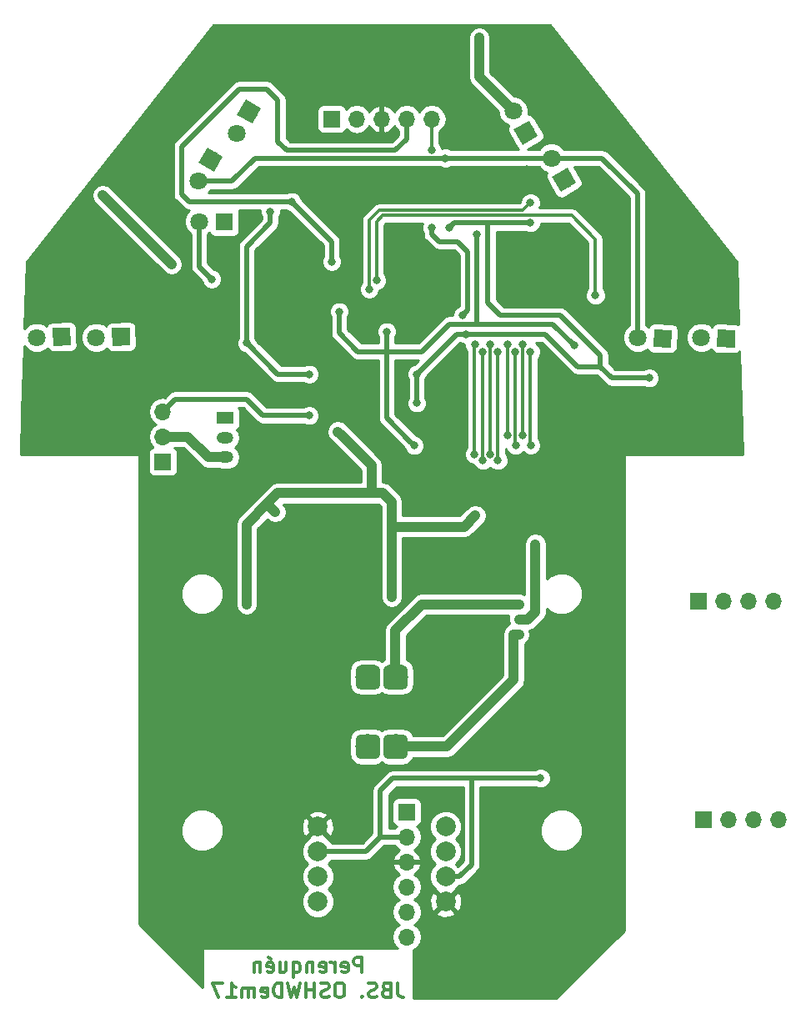
<source format=gbr>
%TF.GenerationSoftware,KiCad,Pcbnew,no-vcs-found-0b1eb56~60~ubuntu17.04.1*%
%TF.CreationDate,2017-11-06T00:21:04+01:00*%
%TF.ProjectId,perenquen,706572656E7175656E2E6B696361645F,rev?*%
%TF.SameCoordinates,Original*%
%TF.FileFunction,Copper,L2,Bot,Signal*%
%TF.FilePolarity,Positive*%
%FSLAX46Y46*%
G04 Gerber Fmt 4.6, Leading zero omitted, Abs format (unit mm)*
G04 Created by KiCad (PCBNEW no-vcs-found-0b1eb56~60~ubuntu17.04.1) date Mon Nov  6 00:21:04 2017*
%MOMM*%
%LPD*%
G01*
G04 APERTURE LIST*
%TA.AperFunction,NonConductor*%
%ADD10C,0.300000*%
%TD*%
%TA.AperFunction,ComponentPad*%
%ADD11C,2.000000*%
%TD*%
%TA.AperFunction,Conductor*%
%ADD12C,0.100000*%
%TD*%
%TA.AperFunction,ComponentPad*%
%ADD13C,2.500000*%
%TD*%
%TA.AperFunction,ComponentPad*%
%ADD14R,1.700000X1.700000*%
%TD*%
%TA.AperFunction,ComponentPad*%
%ADD15O,1.700000X1.700000*%
%TD*%
%TA.AperFunction,ComponentPad*%
%ADD16O,1.700000X1.200000*%
%TD*%
%TA.AperFunction,ComponentPad*%
%ADD17R,1.700000X1.200000*%
%TD*%
%TA.AperFunction,ComponentPad*%
%ADD18C,1.800000*%
%TD*%
%TA.AperFunction,ComponentPad*%
%ADD19R,1.800000X1.800000*%
%TD*%
%TA.AperFunction,ViaPad*%
%ADD20C,0.800000*%
%TD*%
%TA.AperFunction,Conductor*%
%ADD21C,0.500000*%
%TD*%
%TA.AperFunction,Conductor*%
%ADD22C,1.000000*%
%TD*%
%TA.AperFunction,Conductor*%
%ADD23C,0.300000*%
%TD*%
%TA.AperFunction,Conductor*%
%ADD24C,0.254000*%
%TD*%
G04 APERTURE END LIST*
D10*
X-1993000Y-26454571D02*
X-1993000Y-24954571D01*
X-2564428Y-24954571D01*
X-2707285Y-25026000D01*
X-2778714Y-25097428D01*
X-2850142Y-25240285D01*
X-2850142Y-25454571D01*
X-2778714Y-25597428D01*
X-2707285Y-25668857D01*
X-2564428Y-25740285D01*
X-1993000Y-25740285D01*
X-4064428Y-26383142D02*
X-3921571Y-26454571D01*
X-3635857Y-26454571D01*
X-3493000Y-26383142D01*
X-3421571Y-26240285D01*
X-3421571Y-25668857D01*
X-3493000Y-25526000D01*
X-3635857Y-25454571D01*
X-3921571Y-25454571D01*
X-4064428Y-25526000D01*
X-4135857Y-25668857D01*
X-4135857Y-25811714D01*
X-3421571Y-25954571D01*
X-4778714Y-26454571D02*
X-4778714Y-25454571D01*
X-4778714Y-25740285D02*
X-4850142Y-25597428D01*
X-4921571Y-25526000D01*
X-5064428Y-25454571D01*
X-5207285Y-25454571D01*
X-6278714Y-26383142D02*
X-6135857Y-26454571D01*
X-5850142Y-26454571D01*
X-5707285Y-26383142D01*
X-5635857Y-26240285D01*
X-5635857Y-25668857D01*
X-5707285Y-25526000D01*
X-5850142Y-25454571D01*
X-6135857Y-25454571D01*
X-6278714Y-25526000D01*
X-6350142Y-25668857D01*
X-6350142Y-25811714D01*
X-5635857Y-25954571D01*
X-6993000Y-25454571D02*
X-6993000Y-26454571D01*
X-6993000Y-25597428D02*
X-7064428Y-25526000D01*
X-7207285Y-25454571D01*
X-7421571Y-25454571D01*
X-7564428Y-25526000D01*
X-7635857Y-25668857D01*
X-7635857Y-26454571D01*
X-8993000Y-25454571D02*
X-8993000Y-26954571D01*
X-8993000Y-26383142D02*
X-8850142Y-26454571D01*
X-8564428Y-26454571D01*
X-8421571Y-26383142D01*
X-8350142Y-26311714D01*
X-8278714Y-26168857D01*
X-8278714Y-25740285D01*
X-8350142Y-25597428D01*
X-8421571Y-25526000D01*
X-8564428Y-25454571D01*
X-8850142Y-25454571D01*
X-8993000Y-25526000D01*
X-10350142Y-25454571D02*
X-10350142Y-26454571D01*
X-9707285Y-25454571D02*
X-9707285Y-26240285D01*
X-9778714Y-26383142D01*
X-9921571Y-26454571D01*
X-10135857Y-26454571D01*
X-10278714Y-26383142D01*
X-10350142Y-26311714D01*
X-11635857Y-26383142D02*
X-11493000Y-26454571D01*
X-11207285Y-26454571D01*
X-11064428Y-26383142D01*
X-10993000Y-26240285D01*
X-10993000Y-25668857D01*
X-11064428Y-25526000D01*
X-11207285Y-25454571D01*
X-11493000Y-25454571D01*
X-11635857Y-25526000D01*
X-11707285Y-25668857D01*
X-11707285Y-25811714D01*
X-10993000Y-25954571D01*
X-11493000Y-24883142D02*
X-11278714Y-25097428D01*
X-12350142Y-25454571D02*
X-12350142Y-26454571D01*
X-12350142Y-25597428D02*
X-12421571Y-25526000D01*
X-12564428Y-25454571D01*
X-12778714Y-25454571D01*
X-12921571Y-25526000D01*
X-12993000Y-25668857D01*
X-12993000Y-26454571D01*
X1649857Y-27504571D02*
X1649857Y-28576000D01*
X1721285Y-28790285D01*
X1864142Y-28933142D01*
X2078428Y-29004571D01*
X2221285Y-29004571D01*
X435571Y-28218857D02*
X221285Y-28290285D01*
X149857Y-28361714D01*
X78428Y-28504571D01*
X78428Y-28718857D01*
X149857Y-28861714D01*
X221285Y-28933142D01*
X364142Y-29004571D01*
X935571Y-29004571D01*
X935571Y-27504571D01*
X435571Y-27504571D01*
X292714Y-27576000D01*
X221285Y-27647428D01*
X149857Y-27790285D01*
X149857Y-27933142D01*
X221285Y-28076000D01*
X292714Y-28147428D01*
X435571Y-28218857D01*
X935571Y-28218857D01*
X-493000Y-28933142D02*
X-707285Y-29004571D01*
X-1064428Y-29004571D01*
X-1207285Y-28933142D01*
X-1278714Y-28861714D01*
X-1350142Y-28718857D01*
X-1350142Y-28576000D01*
X-1278714Y-28433142D01*
X-1207285Y-28361714D01*
X-1064428Y-28290285D01*
X-778714Y-28218857D01*
X-635857Y-28147428D01*
X-564428Y-28076000D01*
X-493000Y-27933142D01*
X-493000Y-27790285D01*
X-564428Y-27647428D01*
X-635857Y-27576000D01*
X-778714Y-27504571D01*
X-1135857Y-27504571D01*
X-1350142Y-27576000D01*
X-1992999Y-28861714D02*
X-2064428Y-28933142D01*
X-1992999Y-29004571D01*
X-1921571Y-28933142D01*
X-1992999Y-28861714D01*
X-1992999Y-29004571D01*
X-4135857Y-27504571D02*
X-4421571Y-27504571D01*
X-4564428Y-27576000D01*
X-4707285Y-27718857D01*
X-4778714Y-28004571D01*
X-4778714Y-28504571D01*
X-4707285Y-28790285D01*
X-4564428Y-28933142D01*
X-4421571Y-29004571D01*
X-4135857Y-29004571D01*
X-3993000Y-28933142D01*
X-3850142Y-28790285D01*
X-3778714Y-28504571D01*
X-3778714Y-28004571D01*
X-3850142Y-27718857D01*
X-3993000Y-27576000D01*
X-4135857Y-27504571D01*
X-5350142Y-28933142D02*
X-5564428Y-29004571D01*
X-5921571Y-29004571D01*
X-6064428Y-28933142D01*
X-6135857Y-28861714D01*
X-6207285Y-28718857D01*
X-6207285Y-28576000D01*
X-6135857Y-28433142D01*
X-6064428Y-28361714D01*
X-5921571Y-28290285D01*
X-5635857Y-28218857D01*
X-5493000Y-28147428D01*
X-5421571Y-28076000D01*
X-5350142Y-27933142D01*
X-5350142Y-27790285D01*
X-5421571Y-27647428D01*
X-5493000Y-27576000D01*
X-5635857Y-27504571D01*
X-5993000Y-27504571D01*
X-6207285Y-27576000D01*
X-6850142Y-29004571D02*
X-6850142Y-27504571D01*
X-6850142Y-28218857D02*
X-7707285Y-28218857D01*
X-7707285Y-29004571D02*
X-7707285Y-27504571D01*
X-8278714Y-27504571D02*
X-8635857Y-29004571D01*
X-8921571Y-27933142D01*
X-9207285Y-29004571D01*
X-9564428Y-27504571D01*
X-10135857Y-29004571D02*
X-10135857Y-27504571D01*
X-10493000Y-27504571D01*
X-10707285Y-27576000D01*
X-10850142Y-27718857D01*
X-10921571Y-27861714D01*
X-10993000Y-28147428D01*
X-10993000Y-28361714D01*
X-10921571Y-28647428D01*
X-10850142Y-28790285D01*
X-10707285Y-28933142D01*
X-10493000Y-29004571D01*
X-10135857Y-29004571D01*
X-12207285Y-28933142D02*
X-12064428Y-29004571D01*
X-11778714Y-29004571D01*
X-11635857Y-28933142D01*
X-11564428Y-28790285D01*
X-11564428Y-28218857D01*
X-11635857Y-28076000D01*
X-11778714Y-28004571D01*
X-12064428Y-28004571D01*
X-12207285Y-28076000D01*
X-12278714Y-28218857D01*
X-12278714Y-28361714D01*
X-11564428Y-28504571D01*
X-12921571Y-29004571D02*
X-12921571Y-28004571D01*
X-12921571Y-28147428D02*
X-12993000Y-28076000D01*
X-13135857Y-28004571D01*
X-13350142Y-28004571D01*
X-13493000Y-28076000D01*
X-13564428Y-28218857D01*
X-13564428Y-29004571D01*
X-13564428Y-28218857D02*
X-13635857Y-28076000D01*
X-13778714Y-28004571D01*
X-13993000Y-28004571D01*
X-14135857Y-28076000D01*
X-14207285Y-28218857D01*
X-14207285Y-29004571D01*
X-15707285Y-29004571D02*
X-14850142Y-29004571D01*
X-15278714Y-29004571D02*
X-15278714Y-27504571D01*
X-15135857Y-27718857D01*
X-14993000Y-27861714D01*
X-14850142Y-27933142D01*
X-16207285Y-27504571D02*
X-17207285Y-27504571D01*
X-16564428Y-29004571D01*
D11*
%TO.P,M1,7*%
%TO.N,/ENC-L-CHA*%
X-6500000Y-16730000D03*
%TO.P,M1,8*%
%TO.N,/ENC-L-CHB*%
X-6500000Y-19270000D03*
%TO.P,M1,6*%
%TO.N,+3V3*%
X-6500000Y-14190000D03*
%TO.P,M1,5*%
%TO.N,GND*%
X-6500000Y-11650000D03*
%TO.P,M1,12*%
%TO.N,/ENC-R-CHB*%
X6500000Y-11650000D03*
%TO.P,M1,11*%
%TO.N,/ENC-R-CHA*%
X6500000Y-14190000D03*
%TO.P,M1,9*%
%TO.N,GND*%
X6500000Y-19270000D03*
D12*
%TD*%
%TO.N,Net-(M1-Pad4)*%
%TO.C,M1*%
G36*
X2086261Y4776990D02*
X2146931Y4767991D01*
X2206428Y4753088D01*
X2264177Y4732425D01*
X2319623Y4706201D01*
X2372231Y4674669D01*
X2421496Y4638132D01*
X2466942Y4596942D01*
X2508132Y4551496D01*
X2544669Y4502231D01*
X2576201Y4449623D01*
X2602425Y4394177D01*
X2623088Y4336428D01*
X2637991Y4276931D01*
X2646990Y4216261D01*
X2650000Y4155000D01*
X2650000Y2905000D01*
X2646990Y2843739D01*
X2637991Y2783069D01*
X2623088Y2723572D01*
X2602425Y2665823D01*
X2576201Y2610377D01*
X2544669Y2557769D01*
X2508132Y2508504D01*
X2466942Y2463058D01*
X2421496Y2421868D01*
X2372231Y2385331D01*
X2319623Y2353799D01*
X2264177Y2327575D01*
X2206428Y2306912D01*
X2146931Y2292009D01*
X2086261Y2283010D01*
X2025000Y2280000D01*
X775000Y2280000D01*
X713739Y2283010D01*
X653069Y2292009D01*
X593572Y2306912D01*
X535823Y2327575D01*
X480377Y2353799D01*
X427769Y2385331D01*
X378504Y2421868D01*
X333058Y2463058D01*
X291868Y2508504D01*
X255331Y2557769D01*
X223799Y2610377D01*
X197575Y2665823D01*
X176912Y2723572D01*
X162009Y2783069D01*
X153010Y2843739D01*
X150000Y2905000D01*
X150000Y4155000D01*
X153010Y4216261D01*
X162009Y4276931D01*
X176912Y4336428D01*
X197575Y4394177D01*
X223799Y4449623D01*
X255331Y4502231D01*
X291868Y4551496D01*
X333058Y4596942D01*
X378504Y4638132D01*
X427769Y4674669D01*
X480377Y4706201D01*
X535823Y4732425D01*
X593572Y4753088D01*
X653069Y4767991D01*
X713739Y4776990D01*
X775000Y4780000D01*
X2025000Y4780000D01*
X2086261Y4776990D01*
X2086261Y4776990D01*
G37*
D13*
%TO.P,M1,4*%
%TO.N,Net-(M1-Pad4)*%
X1400000Y3530000D03*
D12*
%TD*%
%TO.N,Net-(M1-Pad1)*%
%TO.C,M1*%
G36*
X-713739Y4776990D02*
X-653069Y4767991D01*
X-593572Y4753088D01*
X-535823Y4732425D01*
X-480377Y4706201D01*
X-427769Y4674669D01*
X-378504Y4638132D01*
X-333058Y4596942D01*
X-291868Y4551496D01*
X-255331Y4502231D01*
X-223799Y4449623D01*
X-197575Y4394177D01*
X-176912Y4336428D01*
X-162009Y4276931D01*
X-153010Y4216261D01*
X-150000Y4155000D01*
X-150000Y2905000D01*
X-153010Y2843739D01*
X-162009Y2783069D01*
X-176912Y2723572D01*
X-197575Y2665823D01*
X-223799Y2610377D01*
X-255331Y2557769D01*
X-291868Y2508504D01*
X-333058Y2463058D01*
X-378504Y2421868D01*
X-427769Y2385331D01*
X-480377Y2353799D01*
X-535823Y2327575D01*
X-593572Y2306912D01*
X-653069Y2292009D01*
X-713739Y2283010D01*
X-775000Y2280000D01*
X-2025000Y2280000D01*
X-2086261Y2283010D01*
X-2146931Y2292009D01*
X-2206428Y2306912D01*
X-2264177Y2327575D01*
X-2319623Y2353799D01*
X-2372231Y2385331D01*
X-2421496Y2421868D01*
X-2466942Y2463058D01*
X-2508132Y2508504D01*
X-2544669Y2557769D01*
X-2576201Y2610377D01*
X-2602425Y2665823D01*
X-2623088Y2723572D01*
X-2637991Y2783069D01*
X-2646990Y2843739D01*
X-2650000Y2905000D01*
X-2650000Y4155000D01*
X-2646990Y4216261D01*
X-2637991Y4276931D01*
X-2623088Y4336428D01*
X-2602425Y4394177D01*
X-2576201Y4449623D01*
X-2544669Y4502231D01*
X-2508132Y4551496D01*
X-2466942Y4596942D01*
X-2421496Y4638132D01*
X-2372231Y4674669D01*
X-2319623Y4706201D01*
X-2264177Y4732425D01*
X-2206428Y4753088D01*
X-2146931Y4767991D01*
X-2086261Y4776990D01*
X-2025000Y4780000D01*
X-775000Y4780000D01*
X-713739Y4776990D01*
X-713739Y4776990D01*
G37*
D13*
%TO.P,M1,1*%
%TO.N,Net-(M1-Pad1)*%
X-1400000Y3530000D03*
D12*
%TD*%
%TO.N,Net-(M1-Pad2)*%
%TO.C,M1*%
G36*
X-713739Y-2283010D02*
X-653069Y-2292009D01*
X-593572Y-2306912D01*
X-535823Y-2327575D01*
X-480377Y-2353799D01*
X-427769Y-2385331D01*
X-378504Y-2421868D01*
X-333058Y-2463058D01*
X-291868Y-2508504D01*
X-255331Y-2557769D01*
X-223799Y-2610377D01*
X-197575Y-2665823D01*
X-176912Y-2723572D01*
X-162009Y-2783069D01*
X-153010Y-2843739D01*
X-150000Y-2905000D01*
X-150000Y-4155000D01*
X-153010Y-4216261D01*
X-162009Y-4276931D01*
X-176912Y-4336428D01*
X-197575Y-4394177D01*
X-223799Y-4449623D01*
X-255331Y-4502231D01*
X-291868Y-4551496D01*
X-333058Y-4596942D01*
X-378504Y-4638132D01*
X-427769Y-4674669D01*
X-480377Y-4706201D01*
X-535823Y-4732425D01*
X-593572Y-4753088D01*
X-653069Y-4767991D01*
X-713739Y-4776990D01*
X-775000Y-4780000D01*
X-2025000Y-4780000D01*
X-2086261Y-4776990D01*
X-2146931Y-4767991D01*
X-2206428Y-4753088D01*
X-2264177Y-4732425D01*
X-2319623Y-4706201D01*
X-2372231Y-4674669D01*
X-2421496Y-4638132D01*
X-2466942Y-4596942D01*
X-2508132Y-4551496D01*
X-2544669Y-4502231D01*
X-2576201Y-4449623D01*
X-2602425Y-4394177D01*
X-2623088Y-4336428D01*
X-2637991Y-4276931D01*
X-2646990Y-4216261D01*
X-2650000Y-4155000D01*
X-2650000Y-2905000D01*
X-2646990Y-2843739D01*
X-2637991Y-2783069D01*
X-2623088Y-2723572D01*
X-2602425Y-2665823D01*
X-2576201Y-2610377D01*
X-2544669Y-2557769D01*
X-2508132Y-2508504D01*
X-2466942Y-2463058D01*
X-2421496Y-2421868D01*
X-2372231Y-2385331D01*
X-2319623Y-2353799D01*
X-2264177Y-2327575D01*
X-2206428Y-2306912D01*
X-2146931Y-2292009D01*
X-2086261Y-2283010D01*
X-2025000Y-2280000D01*
X-775000Y-2280000D01*
X-713739Y-2283010D01*
X-713739Y-2283010D01*
G37*
D13*
%TO.P,M1,2*%
%TO.N,Net-(M1-Pad2)*%
X-1400000Y-3530000D03*
D12*
%TD*%
%TO.N,Net-(M1-Pad3)*%
%TO.C,M1*%
G36*
X2086261Y-2283010D02*
X2146931Y-2292009D01*
X2206428Y-2306912D01*
X2264177Y-2327575D01*
X2319623Y-2353799D01*
X2372231Y-2385331D01*
X2421496Y-2421868D01*
X2466942Y-2463058D01*
X2508132Y-2508504D01*
X2544669Y-2557769D01*
X2576201Y-2610377D01*
X2602425Y-2665823D01*
X2623088Y-2723572D01*
X2637991Y-2783069D01*
X2646990Y-2843739D01*
X2650000Y-2905000D01*
X2650000Y-4155000D01*
X2646990Y-4216261D01*
X2637991Y-4276931D01*
X2623088Y-4336428D01*
X2602425Y-4394177D01*
X2576201Y-4449623D01*
X2544669Y-4502231D01*
X2508132Y-4551496D01*
X2466942Y-4596942D01*
X2421496Y-4638132D01*
X2372231Y-4674669D01*
X2319623Y-4706201D01*
X2264177Y-4732425D01*
X2206428Y-4753088D01*
X2146931Y-4767991D01*
X2086261Y-4776990D01*
X2025000Y-4780000D01*
X775000Y-4780000D01*
X713739Y-4776990D01*
X653069Y-4767991D01*
X593572Y-4753088D01*
X535823Y-4732425D01*
X480377Y-4706201D01*
X427769Y-4674669D01*
X378504Y-4638132D01*
X333058Y-4596942D01*
X291868Y-4551496D01*
X255331Y-4502231D01*
X223799Y-4449623D01*
X197575Y-4394177D01*
X176912Y-4336428D01*
X162009Y-4276931D01*
X153010Y-4216261D01*
X150000Y-4155000D01*
X150000Y-2905000D01*
X153010Y-2843739D01*
X162009Y-2783069D01*
X176912Y-2723572D01*
X197575Y-2665823D01*
X223799Y-2610377D01*
X255331Y-2557769D01*
X291868Y-2508504D01*
X333058Y-2463058D01*
X378504Y-2421868D01*
X427769Y-2385331D01*
X480377Y-2353799D01*
X535823Y-2327575D01*
X593572Y-2306912D01*
X653069Y-2292009D01*
X713739Y-2283010D01*
X775000Y-2280000D01*
X2025000Y-2280000D01*
X2086261Y-2283010D01*
X2086261Y-2283010D01*
G37*
D13*
%TO.P,M1,3*%
%TO.N,Net-(M1-Pad3)*%
X1400000Y-3530000D03*
D11*
%TO.P,M1,10*%
%TO.N,+3V3*%
X6500000Y-16730000D03*
%TD*%
D14*
%TO.P,J5,1*%
%TO.N,/GND-R*%
X32210000Y11208000D03*
D15*
%TO.P,J5,2*%
%TO.N,/3V3-R*%
X34750000Y11208000D03*
%TO.P,J5,3*%
%TO.N,Net-(J5-Pad3)*%
X37290000Y11208000D03*
%TO.P,J5,4*%
%TO.N,Net-(J5-Pad4)*%
X39830000Y11208000D03*
%TD*%
%TO.P,J3,6*%
%TO.N,/BT-STATE*%
X2540000Y-22860000D03*
%TO.P,J3,5*%
%TO.N,/UART_TX*%
X2540000Y-20320000D03*
%TO.P,J3,4*%
%TO.N,/UART_RX*%
X2540000Y-17780000D03*
%TO.P,J3,3*%
%TO.N,GND*%
X2540000Y-15240000D03*
%TO.P,J3,2*%
%TO.N,+3V3*%
X2540000Y-12700000D03*
D14*
%TO.P,J3,1*%
%TO.N,/BT-EN*%
X2540000Y-10160000D03*
%TD*%
D16*
%TO.P,J1,3*%
%TO.N,Net-(J1-Pad3)*%
X-15875000Y25845000D03*
%TO.P,J1,2*%
%TO.N,Net-(J1-Pad2)*%
X-15875000Y27845000D03*
D17*
%TO.P,J1,1*%
%TO.N,-BATT*%
X-15875000Y29845000D03*
%TD*%
D18*
%TO.P,Q2,1*%
%TO.N,/DIAG-L-RX*%
X-17364500Y56071300D03*
D12*
%TD*%
%TO.N,/DIAG-L-RX*%
%TO.C,Q2*%
G36*
X-17693923Y57300723D02*
X-16135077Y56400723D01*
X-17035077Y54841877D01*
X-18593923Y55741877D01*
X-17693923Y57300723D01*
X-17693923Y57300723D01*
G37*
D18*
%TO.P,Q2,2*%
%TO.N,+5VA*%
X-18634500Y53871595D03*
%TD*%
%TO.P,Q5,2*%
%TO.N,+5VA*%
X-18542000Y49784000D03*
D19*
%TO.P,Q5,1*%
%TO.N,/FLASH-RX*%
X-16002000Y49784000D03*
%TD*%
D18*
%TO.P,D6,1*%
%TO.N,Net-(D6-Pad1)*%
X-32510600Y38100600D03*
D12*
%TD*%
%TO.N,Net-(D6-Pad1)*%
%TO.C,D6*%
G36*
X-31642558Y39031461D02*
X-31579739Y37232558D01*
X-33378642Y37169739D01*
X-33441461Y38968642D01*
X-31642558Y39031461D01*
X-31642558Y39031461D01*
G37*
D18*
%TO.P,D6,2*%
%TO.N,+5V*%
X-35049053Y38011955D03*
%TD*%
%TO.P,Q3,2*%
%TO.N,+5VA*%
X-29011853Y38011955D03*
%TO.P,Q3,1*%
%TO.N,/FRONT-L-RX*%
X-26473400Y38100600D03*
D12*
%TD*%
%TO.N,/FRONT-L-RX*%
%TO.C,Q3*%
G36*
X-25605358Y39031461D02*
X-25542539Y37232558D01*
X-27341442Y37169739D01*
X-27404261Y38968642D01*
X-25605358Y39031461D01*
X-25605358Y39031461D01*
G37*
D18*
%TO.P,D7,1*%
%TO.N,Net-(D7-Pad1)*%
X14634200Y58813400D03*
D12*
%TD*%
%TO.N,Net-(D7-Pad1)*%
%TO.C,D7*%
G36*
X15863623Y58483977D02*
X14304777Y57583977D01*
X13404777Y59142823D01*
X14963623Y60042823D01*
X15863623Y58483977D01*
X15863623Y58483977D01*
G37*
D18*
%TO.P,D7,2*%
%TO.N,+5V*%
X13364200Y61013105D03*
%TD*%
%TO.P,D8,2*%
%TO.N,Net-(D7-Pad1)*%
X-14762700Y58743695D03*
%TO.P,D8,1*%
%TO.N,Net-(D8-Pad1)*%
X-13492700Y60943400D03*
D12*
%TD*%
%TO.N,Net-(D8-Pad1)*%
%TO.C,D8*%
G36*
X-13822123Y62172823D02*
X-12263277Y61272823D01*
X-13163277Y59713977D01*
X-14722123Y60613977D01*
X-13822123Y62172823D01*
X-13822123Y62172823D01*
G37*
D18*
%TO.P,D9,2*%
%TO.N,+5V*%
X32455347Y38012845D03*
%TO.P,D9,1*%
%TO.N,Net-(D9-Pad1)*%
X34993800Y37924200D03*
D12*
%TD*%
%TO.N,Net-(D9-Pad1)*%
%TO.C,D9*%
G36*
X35924661Y38792242D02*
X35861842Y36993339D01*
X34062939Y37056158D01*
X34125758Y38855061D01*
X35924661Y38792242D01*
X35924661Y38792242D01*
G37*
D15*
%TO.P,J2,5*%
%TO.N,/RESET*%
X5080000Y60198000D03*
%TO.P,J2,4*%
%TO.N,+3V3*%
X2540000Y60198000D03*
%TO.P,J2,3*%
%TO.N,GND*%
X0Y60198000D03*
%TO.P,J2,2*%
%TO.N,/PGED*%
X-2540000Y60198000D03*
D14*
%TO.P,J2,1*%
%TO.N,/PGEC*%
X-5080000Y60198000D03*
%TD*%
D15*
%TO.P,J4,4*%
%TO.N,Net-(J4-Pad4)*%
X40310000Y-10902000D03*
%TO.P,J4,3*%
%TO.N,Net-(J4-Pad3)*%
X37770000Y-10902000D03*
%TO.P,J4,2*%
%TO.N,/3V3-L*%
X35230000Y-10902000D03*
D14*
%TO.P,J4,1*%
%TO.N,/GND-L*%
X32690000Y-10902000D03*
%TD*%
D18*
%TO.P,Q1,2*%
%TO.N,+5VA*%
X17247800Y56235005D03*
%TO.P,Q1,1*%
%TO.N,/DIAG-R-RX*%
X18517800Y54035300D03*
D12*
%TD*%
%TO.N,/DIAG-R-RX*%
%TO.C,Q1*%
G36*
X19747223Y53705877D02*
X18188377Y52805877D01*
X17288377Y54364723D01*
X18847223Y55264723D01*
X19747223Y53705877D01*
X19747223Y53705877D01*
G37*
D18*
%TO.P,Q4,1*%
%TO.N,/FRONT-R-RX*%
X28532900Y37924200D03*
D12*
%TD*%
%TO.N,/FRONT-R-RX*%
%TO.C,Q4*%
G36*
X29463761Y38792242D02*
X29400942Y36993339D01*
X27602039Y37056158D01*
X27664858Y38855061D01*
X29463761Y38792242D01*
X29463761Y38792242D01*
G37*
D18*
%TO.P,Q4,2*%
%TO.N,+5VA*%
X25994447Y38012845D03*
%TD*%
D14*
%TO.P,SW1,1*%
%TO.N,Net-(SW1-Pad1)*%
X-22225000Y25400000D03*
D15*
%TO.P,SW1,2*%
%TO.N,Net-(J1-Pad3)*%
X-22225000Y27940000D03*
%TO.P,SW1,3*%
%TO.N,+BATT*%
X-22225000Y30480000D03*
%TD*%
D20*
%TO.N,GNDA*%
X-7366000Y34290000D03*
X27177994Y33909000D03*
X15112992Y49657000D03*
X8566021Y38354000D03*
X3556000Y34290000D03*
X6858000Y49149000D03*
X-11303000Y50800000D03*
X-13716000Y37465000D03*
X3556000Y31369000D03*
%TO.N,+BATT*%
X-7366000Y30099000D03*
%TO.N,-BATT*%
X-4445000Y28448000D03*
X1015982Y11684000D03*
X9525000Y19939000D03*
X-2032000Y22225000D03*
X-10795000Y20320000D03*
X-1016000Y22225000D03*
%TO.N,+BATT*%
X13970000Y9398000D03*
X15621008Y17018000D03*
%TO.N,-BATT*%
X0Y22225000D03*
X-13716000Y10922000D03*
%TO.N,+3.3VA*%
X5079996Y49149000D03*
X8255000Y40259000D03*
%TO.N,+5VA*%
X-17272000Y43942000D03*
X6477000Y56235005D03*
%TO.N,+5V*%
X-28321000Y52451000D03*
X9906000Y68453000D03*
X-21336000Y45466000D03*
%TO.N,GND*%
X19177000Y42672000D03*
X14732000Y55118000D03*
X-9144000Y58674000D03*
X-5715000Y44323000D03*
X-4445000Y36576000D03*
X-8636000Y41656000D03*
X-7747000Y39624000D03*
X24511000Y39370000D03*
X7239000Y46482000D03*
X5588000Y28067000D03*
X16510000Y20447000D03*
X-16383000Y21590000D03*
X-35052000Y32512000D03*
X2032000Y41148000D03*
X34290000Y29972000D03*
X29464000Y29972000D03*
%TO.N,+3V3*%
X16129000Y-6731000D03*
X3302000Y27050988D03*
X-5080000Y45720000D03*
X19558000Y37211000D03*
X508000Y38608000D03*
X9652000Y48514000D03*
X-4318000Y40640000D03*
X-9144000Y51816000D03*
%TO.N,Net-(M1-Pad3)*%
X13970032Y7874000D03*
%TO.N,Net-(M1-Pad4)*%
X13970006Y10922000D03*
%TO.N,/RESET*%
X5061182Y57085015D03*
%TO.N,/ENC-R-CHA*%
X15135336Y27073340D03*
%TO.N,/ENC-R-CHB*%
X14351000Y28067000D03*
%TO.N,/ENC-L-CHB*%
X12827000Y28067000D03*
X12827000Y37338000D03*
%TO.N,/ENC-R-CHA*%
X15113000Y36576006D03*
%TO.N,/ENC-R-CHB*%
X14351000Y37338000D03*
%TO.N,/ENC-L-CHA*%
X13591108Y27053110D03*
X13589000Y36576000D03*
%TO.N,/DIAG-R-RX*%
X15112996Y51689000D03*
X-1270000Y42926000D03*
%TO.N,/FRONT-R-RX*%
X21717008Y42291000D03*
X-508000Y43815000D03*
%TO.N,/MOTOR-L-INA*%
X10285780Y25525964D03*
%TO.N,/MOTOR-R-INA*%
X11811000Y25527006D03*
%TO.N,/MOTOR-L-INB*%
X9460413Y37278628D03*
X9398000Y26162000D03*
%TO.N,/MOTOR-R-INB*%
X11047951Y26173359D03*
X11049000Y37338000D03*
%TO.N,/MOTOR-R-INA*%
X11811000Y36576000D03*
%TO.N,/MOTOR-L-INA*%
X10287000Y36576000D03*
%TD*%
D21*
%TO.N,GNDA*%
X-7931685Y34290000D02*
X-7366000Y34290000D01*
X-10541000Y34290000D02*
X-7931685Y34290000D01*
X-13716000Y37465000D02*
X-10541000Y34290000D01*
X26612309Y33909000D02*
X27177994Y33909000D01*
X22225000Y35052000D02*
X23368000Y33909000D01*
X23368000Y33909000D02*
X26612309Y33909000D01*
X22225000Y35052000D02*
X22225000Y36195000D01*
X18161000Y40259000D02*
X12065000Y40259000D01*
X22225000Y36195000D02*
X18161000Y40259000D01*
X12065000Y40259000D02*
X10795000Y41529000D01*
X10795000Y41529000D02*
X10795000Y49657000D01*
X10795000Y49657000D02*
X15112992Y49657000D01*
X7366000Y49657000D02*
X14547307Y49657000D01*
X6858000Y49149000D02*
X7366000Y49657000D01*
X14547307Y49657000D02*
X15112992Y49657000D01*
X7620000Y38354000D02*
X8000336Y38354000D01*
X16637000Y38354000D02*
X9131706Y38354000D01*
X9131706Y38354000D02*
X8566021Y38354000D01*
X22225000Y35052000D02*
X19939000Y35052000D01*
X3556000Y34290000D02*
X7620000Y38354000D01*
X19939000Y35052000D02*
X16637000Y38354000D01*
X8000336Y38354000D02*
X8566021Y38354000D01*
X3556000Y34290000D02*
X3556000Y31369000D01*
X-13716000Y37465000D02*
X-13716000Y47244000D01*
X-13716000Y47244000D02*
X-11303000Y49657000D01*
X-11303000Y49657000D02*
X-11303000Y50800000D01*
%TO.N,+BATT*%
X-7366000Y30099000D02*
X-12065000Y30099000D01*
X-20955000Y31750000D02*
X-22225000Y30480000D01*
X-12065000Y30099000D02*
X-13716000Y31750000D01*
X-13716000Y31750000D02*
X-20955000Y31750000D01*
D22*
%TO.N,-BATT*%
X-4045001Y28048001D02*
X-4445000Y28448000D01*
X-1016000Y25019000D02*
X-4045001Y28048001D01*
X-1016000Y22225000D02*
X-1016000Y25019000D01*
D21*
X0Y22225000D02*
X127000Y22225000D01*
D22*
X127000Y22225000D02*
X1015982Y21336018D01*
X1015982Y21336018D02*
X1015982Y18796000D01*
X1015982Y18796000D02*
X1015982Y12249685D01*
X1015982Y12249685D02*
X1015982Y11684000D01*
X9525000Y19939000D02*
X8382000Y18796000D01*
X8382000Y18796000D02*
X1015982Y18796000D01*
X-10541000Y22225000D02*
X-11557000Y21209000D01*
X0Y22225000D02*
X-10541000Y22225000D01*
X-10795000Y20320000D02*
X-11557000Y21082000D01*
X-11557000Y21209000D02*
X-13716000Y19050000D01*
D23*
X-11557000Y21082000D02*
X-11557000Y21209000D01*
D22*
%TO.N,+BATT*%
X14859000Y9398000D02*
X15621008Y10160008D01*
X13970000Y9398000D02*
X14859000Y9398000D01*
X15621008Y10160008D02*
X15621008Y17018000D01*
%TO.N,-BATT*%
X-13716000Y19050000D02*
X-13716000Y10922000D01*
D21*
%TO.N,+3.3VA*%
X8255000Y40259000D02*
X8763000Y40767000D01*
X8763000Y40767000D02*
X8763000Y46736000D01*
X8763000Y46736000D02*
X7747000Y47752000D01*
X7747000Y47752000D02*
X5842000Y47752000D01*
X5842000Y47752000D02*
X5079996Y48514004D01*
X5079996Y48514004D02*
X5079996Y49149000D01*
X5080000Y49148996D02*
X5079996Y49149000D01*
%TO.N,+5VA*%
X-18542000Y45212000D02*
X-17272000Y43942000D01*
X-18542000Y49784000D02*
X-18542000Y45212000D01*
X-12852995Y56235005D02*
X6477000Y56235005D01*
X6477000Y56235005D02*
X17247800Y56235005D01*
X-15216405Y53871595D02*
X-12852995Y56235005D01*
X-18634500Y53871595D02*
X-15216405Y53871595D01*
X17247800Y56235005D02*
X22377995Y56235005D01*
X22377995Y56235005D02*
X25994447Y52618553D01*
X25994447Y52618553D02*
X25994447Y39285637D01*
X25994447Y39285637D02*
X25994447Y38012845D01*
D22*
%TO.N,+5V*%
X-21336000Y45466000D02*
X-28321000Y52451000D01*
X9906000Y64471305D02*
X9906000Y67887315D01*
X13364200Y61013105D02*
X9906000Y64471305D01*
X9906000Y67887315D02*
X9906000Y68453000D01*
D21*
%TO.N,+3V3*%
X9144000Y-6731000D02*
X16129000Y-6731000D01*
X-127000Y-12700000D02*
X-127000Y-8001000D01*
X-127000Y-8001000D02*
X1143000Y-6731000D01*
X7914213Y-16730000D02*
X6500000Y-16730000D01*
X1143000Y-6731000D02*
X9144000Y-6731000D01*
X9144000Y-6731000D02*
X9144000Y-15500213D01*
X9144000Y-15500213D02*
X7914213Y-16730000D01*
X-6500000Y-14190000D02*
X-1617000Y-14190000D01*
X-1617000Y-14190000D02*
X-127000Y-12700000D01*
X508000Y29844988D02*
X2902001Y27450987D01*
X508000Y36576000D02*
X508000Y29844988D01*
X2902001Y27450987D02*
X3302000Y27050988D01*
X-5080000Y46285685D02*
X-5080000Y45720000D01*
X-5080000Y47752000D02*
X-5080000Y46285685D01*
X-9144000Y51816000D02*
X-5080000Y47752000D01*
X-9144000Y51816000D02*
X-19558000Y51816000D01*
X-19558000Y51816000D02*
X-20320000Y52578000D01*
X2540000Y58166000D02*
X2540000Y60198000D01*
X-20320000Y52578000D02*
X-20320000Y57404000D01*
X-10541000Y57912000D02*
X-9652000Y57023000D01*
X-9652000Y57023000D02*
X1397000Y57023000D01*
X-20320000Y57404000D02*
X-14478000Y63246000D01*
X-14478000Y63246000D02*
X-11684000Y63246000D01*
X-11684000Y63246000D02*
X-10541000Y62103000D01*
X-10541000Y62103000D02*
X-10541000Y57912000D01*
X1397000Y57023000D02*
X2540000Y58166000D01*
X508000Y36576000D02*
X-2413000Y36576000D01*
X-2413000Y36576000D02*
X-4318000Y38481000D01*
X-4318000Y38481000D02*
X-4318000Y40640000D01*
X508000Y38608000D02*
X508000Y36830000D01*
D23*
X508000Y36576000D02*
X508000Y36830000D01*
D21*
X508000Y37084000D02*
X508000Y36957000D01*
X508000Y36576000D02*
X4064000Y36576000D01*
X4064000Y36576000D02*
X6858000Y39370000D01*
X6858000Y39370000D02*
X9652000Y39370000D01*
X9652000Y39370000D02*
X17399000Y39370000D01*
X17399000Y39370000D02*
X19558000Y37211000D01*
X9652000Y48514000D02*
X9652000Y39370000D01*
X-127000Y-12700000D02*
X2540000Y-12700000D01*
D22*
%TO.N,Net-(M1-Pad3)*%
X700000Y-3530000D02*
X6630000Y-3530000D01*
X6630000Y-3530000D02*
X13404347Y3244347D01*
X13404347Y3244347D02*
X13404347Y7874000D01*
X13404347Y7874000D02*
X13970032Y7874000D01*
%TO.N,Net-(M1-Pad4)*%
X1397000Y4227000D02*
X1397000Y8255000D01*
X1397000Y8255000D02*
X4064000Y10922000D01*
X4064000Y10922000D02*
X13404321Y10922000D01*
X13404321Y10922000D02*
X13970006Y10922000D01*
D21*
X1397000Y4227000D02*
X700000Y3530000D01*
D22*
%TO.N,Net-(J1-Pad3)*%
X-17590000Y25845000D02*
X-19685000Y27940000D01*
X-19685000Y27940000D02*
X-22225000Y27940000D01*
X-15875000Y25845000D02*
X-17590000Y25845000D01*
D23*
%TO.N,/RESET*%
X5080000Y60198000D02*
X5080000Y57103833D01*
X5080000Y57103833D02*
X5061182Y57085015D01*
%TO.N,/ENC-R-CHA*%
X15113000Y27095676D02*
X15135336Y27073340D01*
X15113000Y36576006D02*
X15113000Y27095676D01*
%TO.N,/ENC-R-CHB*%
X14351000Y37338000D02*
X14351000Y28067000D01*
%TO.N,/ENC-L-CHB*%
X12827000Y37338000D02*
X12827000Y28067000D01*
%TO.N,/ENC-L-CHA*%
X13589000Y36576000D02*
X13589000Y27055218D01*
X13589000Y27055218D02*
X13591108Y27053110D01*
%TO.N,/DIAG-R-RX*%
X-1270000Y42926000D02*
X-1270000Y49911000D01*
X-1270000Y49911000D02*
X-254000Y50927000D01*
X-254000Y50927000D02*
X14351000Y50927000D01*
X14351000Y50927000D02*
X15112996Y51688996D01*
X15112996Y51688996D02*
X15112996Y51689000D01*
%TO.N,/FRONT-R-RX*%
X-508000Y43815000D02*
X-508000Y49784000D01*
X-508000Y49784000D02*
X127000Y50419000D01*
X127000Y50419000D02*
X19304000Y50419000D01*
X19304000Y50419000D02*
X21717008Y48005992D01*
X21717008Y48005992D02*
X21717008Y42856685D01*
X21717008Y42856685D02*
X21717008Y42291000D01*
%TO.N,/MOTOR-L-INA*%
X10287000Y25527184D02*
X10285780Y25525964D01*
X10287000Y25813998D02*
X10287000Y25527184D01*
X10287000Y36576000D02*
X10287000Y25527184D01*
%TO.N,/MOTOR-R-INA*%
X11811000Y25400002D02*
X11811000Y25527006D01*
X11811000Y36576000D02*
X11811000Y25400002D01*
%TO.N,/MOTOR-L-INB*%
X9398000Y26162000D02*
X9398000Y37216215D01*
X9398000Y37216215D02*
X9460413Y37278628D01*
%TO.N,/MOTOR-R-INB*%
X11049000Y37338000D02*
X11049000Y26174408D01*
X11049000Y26174408D02*
X11047951Y26173359D01*
%TD*%
D24*
%TO.N,GND*%
G36*
X36069414Y45674119D02*
X36274290Y39322975D01*
X36193150Y39381387D01*
X35947256Y39439288D01*
X34148353Y39502107D01*
X33899020Y39461500D01*
X33684205Y39328569D01*
X33536613Y39123550D01*
X33532584Y39106440D01*
X33325990Y39313396D01*
X32762017Y39547578D01*
X32151356Y39548110D01*
X31586976Y39314913D01*
X31154796Y38883488D01*
X30920614Y38319515D01*
X30920082Y37708854D01*
X31153279Y37144474D01*
X31584704Y36712294D01*
X32148677Y36478112D01*
X32759338Y36477580D01*
X33323718Y36710777D01*
X33454552Y36841382D01*
X33456500Y36829420D01*
X33589431Y36614605D01*
X33794450Y36467013D01*
X34040344Y36409112D01*
X35839247Y36346293D01*
X36088580Y36386900D01*
X36303395Y36519831D01*
X36362084Y36601355D01*
X36698837Y26162000D01*
X24765000Y26162000D01*
X24716399Y26152333D01*
X24675197Y26124803D01*
X24647667Y26083601D01*
X24638000Y26035000D01*
X24638000Y-22172394D01*
X17727394Y-29083000D01*
X3220572Y-29083000D01*
X3220572Y-24176373D01*
X3619147Y-23910054D01*
X3941054Y-23428285D01*
X4054093Y-22860000D01*
X3941054Y-22291715D01*
X3619147Y-21809946D01*
X3289974Y-21590000D01*
X3619147Y-21370054D01*
X3941054Y-20888285D01*
X4033698Y-20422532D01*
X5527073Y-20422532D01*
X5625736Y-20689387D01*
X6235461Y-20915908D01*
X6885460Y-20891856D01*
X7374264Y-20689387D01*
X7472927Y-20422532D01*
X6500000Y-19449605D01*
X5527073Y-20422532D01*
X4033698Y-20422532D01*
X4054093Y-20320000D01*
X3941054Y-19751715D01*
X3619147Y-19269946D01*
X3289974Y-19050000D01*
X3356631Y-19005461D01*
X4854092Y-19005461D01*
X4878144Y-19655460D01*
X5080613Y-20144264D01*
X5347468Y-20242927D01*
X6320395Y-19270000D01*
X6679605Y-19270000D01*
X7652532Y-20242927D01*
X7919387Y-20144264D01*
X8145908Y-19534539D01*
X8121856Y-18884540D01*
X7919387Y-18395736D01*
X7652532Y-18297073D01*
X6679605Y-19270000D01*
X6320395Y-19270000D01*
X5347468Y-18297073D01*
X5080613Y-18395736D01*
X4854092Y-19005461D01*
X3356631Y-19005461D01*
X3619147Y-18830054D01*
X3941054Y-18348285D01*
X4054093Y-17780000D01*
X3941054Y-17211715D01*
X3619147Y-16729946D01*
X3278447Y-16502298D01*
X3421358Y-16435183D01*
X3811645Y-16006924D01*
X3981476Y-15596890D01*
X3860155Y-15367000D01*
X2667000Y-15367000D01*
X2667000Y-15387000D01*
X2413000Y-15387000D01*
X2413000Y-15367000D01*
X1219845Y-15367000D01*
X1098524Y-15596890D01*
X1268355Y-16006924D01*
X1658642Y-16435183D01*
X1801553Y-16502298D01*
X1460853Y-16729946D01*
X1138946Y-17211715D01*
X1025907Y-17780000D01*
X1138946Y-18348285D01*
X1460853Y-18830054D01*
X1790026Y-19050000D01*
X1460853Y-19269946D01*
X1138946Y-19751715D01*
X1025907Y-20320000D01*
X1138946Y-20888285D01*
X1460853Y-21370054D01*
X1790026Y-21590000D01*
X1460853Y-21809946D01*
X1138946Y-22291715D01*
X1025907Y-22860000D01*
X1138946Y-23428285D01*
X1460853Y-23910054D01*
X1574514Y-23986000D01*
X-18206571Y-23986000D01*
X-18206571Y-27968823D01*
X-24638000Y-21537394D01*
X-24638000Y-14513795D01*
X-8135284Y-14513795D01*
X-7886894Y-15114943D01*
X-7542241Y-15460199D01*
X-7885278Y-15802637D01*
X-8134716Y-16403352D01*
X-8135284Y-17053795D01*
X-7886894Y-17654943D01*
X-7542241Y-18000199D01*
X-7885278Y-18342637D01*
X-8134716Y-18943352D01*
X-8135284Y-19593795D01*
X-7886894Y-20194943D01*
X-7427363Y-20655278D01*
X-6826648Y-20904716D01*
X-6176205Y-20905284D01*
X-5575057Y-20656894D01*
X-5114722Y-20197363D01*
X-4865284Y-19596648D01*
X-4864716Y-18946205D01*
X-5113106Y-18345057D01*
X-5457759Y-17999801D01*
X-5114722Y-17657363D01*
X-4865284Y-17056648D01*
X-4864716Y-16406205D01*
X-5113106Y-15805057D01*
X-5457759Y-15459801D01*
X-5114722Y-15117363D01*
X-5097131Y-15075000D01*
X-1617005Y-15075000D01*
X-1617000Y-15075001D01*
X-1334516Y-15018810D01*
X-1278325Y-15007633D01*
X-991210Y-14815790D01*
X239579Y-13585000D01*
X1350568Y-13585000D01*
X1460853Y-13750054D01*
X1801553Y-13977702D01*
X1658642Y-14044817D01*
X1268355Y-14473076D01*
X1098524Y-14883110D01*
X1219845Y-15113000D01*
X2413000Y-15113000D01*
X2413000Y-15093000D01*
X2667000Y-15093000D01*
X2667000Y-15113000D01*
X3860155Y-15113000D01*
X3981476Y-14883110D01*
X3811645Y-14473076D01*
X3421358Y-14044817D01*
X3278447Y-13977702D01*
X3619147Y-13750054D01*
X3941054Y-13268285D01*
X4054093Y-12700000D01*
X3941054Y-12131715D01*
X3619147Y-11649946D01*
X3575223Y-11620597D01*
X3637765Y-11608157D01*
X3847809Y-11467809D01*
X3988157Y-11257765D01*
X4037440Y-11010000D01*
X4037440Y-9310000D01*
X3988157Y-9062235D01*
X3847809Y-8852191D01*
X3637765Y-8711843D01*
X3390000Y-8662560D01*
X1690000Y-8662560D01*
X1442235Y-8711843D01*
X1232191Y-8852191D01*
X1091843Y-9062235D01*
X1042560Y-9310000D01*
X1042560Y-11010000D01*
X1091843Y-11257765D01*
X1232191Y-11467809D01*
X1442235Y-11608157D01*
X1504777Y-11620597D01*
X1460853Y-11649946D01*
X1350568Y-11815000D01*
X758000Y-11815000D01*
X758000Y-8367580D01*
X1509579Y-7616000D01*
X8259000Y-7616000D01*
X8259000Y-15133634D01*
X7737366Y-15655267D01*
X7542241Y-15459801D01*
X7885278Y-15117363D01*
X8134716Y-14516648D01*
X8135284Y-13866205D01*
X7886894Y-13265057D01*
X7542241Y-12919801D01*
X7885278Y-12577363D01*
X8134716Y-11976648D01*
X8135284Y-11326205D01*
X7886894Y-10725057D01*
X7427363Y-10264722D01*
X6826648Y-10015284D01*
X6176205Y-10014716D01*
X5575057Y-10263106D01*
X5114722Y-10722637D01*
X4865284Y-11323352D01*
X4864716Y-11973795D01*
X5113106Y-12574943D01*
X5457759Y-12920199D01*
X5114722Y-13262637D01*
X4865284Y-13863352D01*
X4864716Y-14513795D01*
X5113106Y-15114943D01*
X5457759Y-15460199D01*
X5114722Y-15802637D01*
X4865284Y-16403352D01*
X4864716Y-17053795D01*
X5113106Y-17654943D01*
X5539978Y-18082562D01*
X5527073Y-18117468D01*
X6500000Y-19090395D01*
X7472927Y-18117468D01*
X7459836Y-18082062D01*
X7885278Y-17657363D01*
X7902869Y-17615000D01*
X7914208Y-17615000D01*
X7914213Y-17615001D01*
X8196697Y-17558810D01*
X8252888Y-17547633D01*
X8540003Y-17355790D01*
X9769787Y-16126005D01*
X9769790Y-16126003D01*
X9961633Y-15838888D01*
X10029000Y-15500213D01*
X10029000Y-12432815D01*
X16114630Y-12432815D01*
X16438980Y-13217800D01*
X17039041Y-13818909D01*
X17823459Y-14144628D01*
X18672815Y-14145370D01*
X19457800Y-13821020D01*
X20058909Y-13220959D01*
X20384628Y-12436541D01*
X20385370Y-11587185D01*
X20061020Y-10802200D01*
X19460959Y-10201091D01*
X18676541Y-9875372D01*
X17827185Y-9874630D01*
X17042200Y-10198980D01*
X16441091Y-10799041D01*
X16115372Y-11583459D01*
X16114630Y-12432815D01*
X10029000Y-12432815D01*
X10029000Y-7616000D01*
X15561415Y-7616000D01*
X15922223Y-7765820D01*
X16333971Y-7766179D01*
X16714515Y-7608942D01*
X17005919Y-7318046D01*
X17163820Y-6937777D01*
X17164179Y-6526029D01*
X17006942Y-6145485D01*
X16716046Y-5854081D01*
X16335777Y-5696180D01*
X15924029Y-5695821D01*
X15560567Y-5846000D01*
X1143005Y-5846000D01*
X1143000Y-5845999D01*
X804325Y-5913367D01*
X517210Y-6105210D01*
X517208Y-6105213D01*
X-752790Y-7375210D01*
X-944633Y-7662325D01*
X-944633Y-7662326D01*
X-1012001Y-8001000D01*
X-1012000Y-8001005D01*
X-1012000Y-12333421D01*
X-1983580Y-13305000D01*
X-5096602Y-13305000D01*
X-5113106Y-13265057D01*
X-5539978Y-12837438D01*
X-5527073Y-12802532D01*
X-6500000Y-11829605D01*
X-7472927Y-12802532D01*
X-7459836Y-12837938D01*
X-7885278Y-13262637D01*
X-8134716Y-13863352D01*
X-8135284Y-14513795D01*
X-24638000Y-14513795D01*
X-24638000Y-12432815D01*
X-20385370Y-12432815D01*
X-20061020Y-13217800D01*
X-19460959Y-13818909D01*
X-18676541Y-14144628D01*
X-17827185Y-14145370D01*
X-17042200Y-13821020D01*
X-16441091Y-13220959D01*
X-16115372Y-12436541D01*
X-16114630Y-11587185D01*
X-16197980Y-11385461D01*
X-8145908Y-11385461D01*
X-8121856Y-12035460D01*
X-7919387Y-12524264D01*
X-7652532Y-12622927D01*
X-6679605Y-11650000D01*
X-6320395Y-11650000D01*
X-5347468Y-12622927D01*
X-5080613Y-12524264D01*
X-4854092Y-11914539D01*
X-4878144Y-11264540D01*
X-5080613Y-10775736D01*
X-5347468Y-10677073D01*
X-6320395Y-11650000D01*
X-6679605Y-11650000D01*
X-7652532Y-10677073D01*
X-7919387Y-10775736D01*
X-8145908Y-11385461D01*
X-16197980Y-11385461D01*
X-16438980Y-10802200D01*
X-16743180Y-10497468D01*
X-7472927Y-10497468D01*
X-6500000Y-11470395D01*
X-5527073Y-10497468D01*
X-5625736Y-10230613D01*
X-6235461Y-10004092D01*
X-6885460Y-10028144D01*
X-7374264Y-10230613D01*
X-7472927Y-10497468D01*
X-16743180Y-10497468D01*
X-17039041Y-10201091D01*
X-17823459Y-9875372D01*
X-18672815Y-9874630D01*
X-19457800Y-10198980D01*
X-20058909Y-10799041D01*
X-20384628Y-11583459D01*
X-20385370Y-12432815D01*
X-24638000Y-12432815D01*
X-24638000Y4155000D01*
X-3297440Y4155000D01*
X-3297440Y2905000D01*
X-3200581Y2418058D01*
X-2924751Y2005249D01*
X-2511942Y1729419D01*
X-2025000Y1632560D01*
X-775000Y1632560D01*
X-288058Y1729419D01*
X0Y1921893D01*
X288058Y1729419D01*
X775000Y1632560D01*
X2025000Y1632560D01*
X2511942Y1729419D01*
X2924751Y2005249D01*
X3200581Y2418058D01*
X3297440Y2905000D01*
X3297440Y4155000D01*
X3200581Y4641942D01*
X2924751Y5054751D01*
X2532000Y5317179D01*
X2532000Y7784868D01*
X4534133Y9787000D01*
X12912377Y9787000D01*
X12835000Y9398000D01*
X12921397Y8963654D01*
X12955362Y8912822D01*
X12601781Y8676566D01*
X12355744Y8308346D01*
X12269347Y7874000D01*
X12269347Y3714479D01*
X6159868Y-2395000D01*
X3185174Y-2395000D01*
X2924751Y-2005249D01*
X2511942Y-1729419D01*
X2025000Y-1632560D01*
X775000Y-1632560D01*
X288058Y-1729419D01*
X0Y-1921893D01*
X-288058Y-1729419D01*
X-775000Y-1632560D01*
X-2025000Y-1632560D01*
X-2511942Y-1729419D01*
X-2924751Y-2005249D01*
X-3200581Y-2418058D01*
X-3297440Y-2905000D01*
X-3297440Y-4155000D01*
X-3200581Y-4641942D01*
X-2924751Y-5054751D01*
X-2511942Y-5330581D01*
X-2025000Y-5427440D01*
X-775000Y-5427440D01*
X-288058Y-5330581D01*
X0Y-5138107D01*
X288058Y-5330581D01*
X775000Y-5427440D01*
X2025000Y-5427440D01*
X2511942Y-5330581D01*
X2924751Y-5054751D01*
X3185174Y-4665000D01*
X6630000Y-4665000D01*
X7064346Y-4578603D01*
X7432566Y-4332566D01*
X14206913Y2441781D01*
X14452950Y2810001D01*
X14471689Y2904210D01*
X14539347Y3244347D01*
X14539347Y6915580D01*
X14772598Y7071434D01*
X15018635Y7439654D01*
X15105032Y7874000D01*
X15021236Y8295271D01*
X15293346Y8349397D01*
X15661566Y8595434D01*
X16423574Y9357442D01*
X16588838Y9604777D01*
X16669611Y9725662D01*
X16756008Y10160008D01*
X16756008Y10484618D01*
X17039041Y10201091D01*
X17823459Y9875372D01*
X18672815Y9874630D01*
X19457800Y10198980D01*
X20058909Y10799041D01*
X20384628Y11583459D01*
X20385370Y12432815D01*
X20061020Y13217800D01*
X19460959Y13818909D01*
X18676541Y14144628D01*
X17827185Y14145370D01*
X17042200Y13821020D01*
X16756008Y13535327D01*
X16756008Y17018000D01*
X16669611Y17452346D01*
X16423574Y17820566D01*
X16055354Y18066603D01*
X15621008Y18153000D01*
X15186662Y18066603D01*
X14818442Y17820566D01*
X14572405Y17452346D01*
X14486008Y17018000D01*
X14486008Y11916042D01*
X14404352Y11970603D01*
X13970006Y12057000D01*
X4064000Y12057000D01*
X3629655Y11970604D01*
X3261434Y11724567D01*
X594434Y9057566D01*
X348397Y8689346D01*
X262000Y8255000D01*
X262000Y5313170D01*
X0Y5138107D01*
X-288058Y5330581D01*
X-775000Y5427440D01*
X-2025000Y5427440D01*
X-2511942Y5330581D01*
X-2924751Y5054751D01*
X-3200581Y4641942D01*
X-3297440Y4155000D01*
X-24638000Y4155000D01*
X-24638000Y11587185D01*
X-20385370Y11587185D01*
X-20061020Y10802200D01*
X-19460959Y10201091D01*
X-18676541Y9875372D01*
X-17827185Y9874630D01*
X-17042200Y10198980D01*
X-16441091Y10799041D01*
X-16115372Y11583459D01*
X-16114630Y12432815D01*
X-16438980Y13217800D01*
X-17039041Y13818909D01*
X-17823459Y14144628D01*
X-18672815Y14145370D01*
X-19457800Y13821020D01*
X-20058909Y13220959D01*
X-20384628Y12436541D01*
X-20385370Y11587185D01*
X-24638000Y11587185D01*
X-24638000Y19050000D01*
X-14851000Y19050000D01*
X-14851000Y10922000D01*
X-14764603Y10487654D01*
X-14518566Y10119434D01*
X-14150346Y9873397D01*
X-13716000Y9787000D01*
X-13281654Y9873397D01*
X-12913434Y10119434D01*
X-12667397Y10487654D01*
X-12581000Y10922000D01*
X-12581000Y18579868D01*
X-11620500Y19540368D01*
X-11597566Y19517434D01*
X-11229345Y19271397D01*
X-10795000Y19185000D01*
X-10360655Y19271397D01*
X-9992434Y19517434D01*
X-9746397Y19885655D01*
X-9660000Y20320000D01*
X-9746397Y20754345D01*
X-9970674Y21090000D01*
X-343132Y21090000D01*
X-119018Y20865886D01*
X-119018Y11684000D01*
X-32621Y11249654D01*
X213416Y10881434D01*
X581636Y10635397D01*
X1015982Y10549000D01*
X1450328Y10635397D01*
X1818548Y10881434D01*
X2064585Y11249654D01*
X2150982Y11684000D01*
X2150982Y17661000D01*
X8382000Y17661000D01*
X8816346Y17747397D01*
X9184566Y17993434D01*
X10327566Y19136434D01*
X10573603Y19504655D01*
X10660000Y19939000D01*
X10573603Y20373345D01*
X10327566Y20741566D01*
X9959345Y20987603D01*
X9525000Y21074000D01*
X9090655Y20987603D01*
X8722434Y20741566D01*
X7911868Y19931000D01*
X2150982Y19931000D01*
X2150982Y21336018D01*
X2064585Y21770364D01*
X1818548Y22138584D01*
X929566Y23027566D01*
X561345Y23273603D01*
X127000Y23360000D01*
X119000Y23358409D01*
X119000Y25019000D01*
X32603Y25453346D01*
X-213434Y25821566D01*
X-3642434Y29250566D01*
X-4010655Y29496603D01*
X-4445000Y29583000D01*
X-4879345Y29496603D01*
X-5247566Y29250566D01*
X-5493603Y28882345D01*
X-5580000Y28448000D01*
X-5493603Y28013655D01*
X-5247566Y27645434D01*
X-2151000Y24548868D01*
X-2151000Y23360000D01*
X-10541000Y23360000D01*
X-10975346Y23273603D01*
X-11220195Y23110000D01*
X-11343566Y23027566D01*
X-14518566Y19852566D01*
X-14764603Y19484346D01*
X-14851000Y19050000D01*
X-24638000Y19050000D01*
X-24638000Y26035000D01*
X-24647667Y26083601D01*
X-24675197Y26124803D01*
X-24716399Y26152333D01*
X-24765000Y26162000D01*
X-36698837Y26162000D01*
X-36559547Y30480000D01*
X-23739093Y30480000D01*
X-23626054Y29911715D01*
X-23304147Y29429946D01*
X-22974974Y29210000D01*
X-23304147Y28990054D01*
X-23626054Y28508285D01*
X-23739093Y27940000D01*
X-23626054Y27371715D01*
X-23304147Y26889946D01*
X-23260223Y26860597D01*
X-23322765Y26848157D01*
X-23532809Y26707809D01*
X-23673157Y26497765D01*
X-23722440Y26250000D01*
X-23722440Y24550000D01*
X-23673157Y24302235D01*
X-23532809Y24092191D01*
X-23322765Y23951843D01*
X-23075000Y23902560D01*
X-21375000Y23902560D01*
X-21127235Y23951843D01*
X-20917191Y24092191D01*
X-20776843Y24302235D01*
X-20727560Y24550000D01*
X-20727560Y26250000D01*
X-20776843Y26497765D01*
X-20917191Y26707809D01*
X-21062646Y26805000D01*
X-20155132Y26805000D01*
X-18392566Y25042434D01*
X-18024346Y24796397D01*
X-17590000Y24710000D01*
X-16635673Y24710000D01*
X-16626707Y24704009D01*
X-16154093Y24610000D01*
X-15595907Y24610000D01*
X-15123293Y24704009D01*
X-14722630Y24971723D01*
X-14454916Y25372386D01*
X-14360907Y25845000D01*
X-14454916Y26317614D01*
X-14722630Y26718277D01*
X-14912285Y26845000D01*
X-14722630Y26971723D01*
X-14454916Y27372386D01*
X-14360907Y27845000D01*
X-14454916Y28317614D01*
X-14706486Y28694116D01*
X-14567191Y28787191D01*
X-14426843Y28997235D01*
X-14377560Y29245000D01*
X-14377560Y30445000D01*
X-14426843Y30692765D01*
X-14541928Y30865000D01*
X-14082580Y30865000D01*
X-12690792Y29473213D01*
X-12690790Y29473210D01*
X-12626040Y29429946D01*
X-12403674Y29281366D01*
X-12065000Y29213999D01*
X-12064995Y29214000D01*
X-7933585Y29214000D01*
X-7572777Y29064180D01*
X-7161029Y29063821D01*
X-6780485Y29221058D01*
X-6489081Y29511954D01*
X-6331180Y29892223D01*
X-6330821Y30303971D01*
X-6488058Y30684515D01*
X-6778954Y30975919D01*
X-7159223Y31133820D01*
X-7570971Y31134179D01*
X-7934433Y30984000D01*
X-11698421Y30984000D01*
X-13090210Y32375790D01*
X-13132160Y32403820D01*
X-13377325Y32567633D01*
X-13433516Y32578810D01*
X-13716000Y32635001D01*
X-13716005Y32635000D01*
X-20954995Y32635000D01*
X-20955000Y32635001D01*
X-21293675Y32567633D01*
X-21580790Y32375790D01*
X-21580792Y32375787D01*
X-22025480Y31931100D01*
X-22195907Y31965000D01*
X-22254093Y31965000D01*
X-22822378Y31851961D01*
X-23304147Y31530054D01*
X-23626054Y31048285D01*
X-23739093Y30480000D01*
X-36559547Y30480000D01*
X-36344797Y37137249D01*
X-35919696Y36711404D01*
X-35355723Y36477222D01*
X-34745062Y36476690D01*
X-34180682Y36709887D01*
X-33971821Y36918383D01*
X-33967787Y36901250D01*
X-33820195Y36696231D01*
X-33605380Y36563300D01*
X-33356047Y36522693D01*
X-31557144Y36585512D01*
X-31311250Y36643413D01*
X-31106231Y36791005D01*
X-30973300Y37005820D01*
X-30932693Y37255153D01*
X-30948505Y37707964D01*
X-30547118Y37707964D01*
X-30313921Y37143584D01*
X-29882496Y36711404D01*
X-29318523Y36477222D01*
X-28707862Y36476690D01*
X-28143482Y36709887D01*
X-27934621Y36918383D01*
X-27930587Y36901250D01*
X-27782995Y36696231D01*
X-27568180Y36563300D01*
X-27318847Y36522693D01*
X-25519944Y36585512D01*
X-25274050Y36643413D01*
X-25069031Y36791005D01*
X-24936100Y37005820D01*
X-24895493Y37255153D01*
X-24958312Y39054056D01*
X-25016213Y39299950D01*
X-25163805Y39504969D01*
X-25378620Y39637900D01*
X-25627953Y39678507D01*
X-27426856Y39615688D01*
X-27672750Y39557787D01*
X-27877769Y39410195D01*
X-28010700Y39195380D01*
X-28012606Y39183677D01*
X-28141210Y39312506D01*
X-28705183Y39546688D01*
X-29315844Y39547220D01*
X-29880224Y39314023D01*
X-30312404Y38882598D01*
X-30546586Y38318625D01*
X-30547118Y37707964D01*
X-30948505Y37707964D01*
X-30995512Y39054056D01*
X-31053413Y39299950D01*
X-31201005Y39504969D01*
X-31415820Y39637900D01*
X-31665153Y39678507D01*
X-33464056Y39615688D01*
X-33709950Y39557787D01*
X-33914969Y39410195D01*
X-34047900Y39195380D01*
X-34049806Y39183677D01*
X-34178410Y39312506D01*
X-34742383Y39546688D01*
X-35353044Y39547220D01*
X-35917424Y39314023D01*
X-36286462Y38945630D01*
X-36069414Y45674119D01*
X-30719245Y52451000D01*
X-29456000Y52451000D01*
X-29369603Y52016655D01*
X-29123566Y51648434D01*
X-22138566Y44663434D01*
X-21770345Y44417397D01*
X-21336000Y44331000D01*
X-20901655Y44417397D01*
X-20533434Y44663434D01*
X-20287397Y45031655D01*
X-20201000Y45466000D01*
X-20287397Y45900345D01*
X-20533434Y46268566D01*
X-27518434Y53253566D01*
X-27886655Y53499603D01*
X-28321000Y53586000D01*
X-28755345Y53499603D01*
X-29123566Y53253566D01*
X-29369603Y52885345D01*
X-29456000Y52451000D01*
X-30719245Y52451000D01*
X-26808982Y57404000D01*
X-21205001Y57404000D01*
X-21205000Y57403995D01*
X-21205000Y52578005D01*
X-21205001Y52578000D01*
X-21154936Y52326311D01*
X-21137633Y52239325D01*
X-20954702Y51965548D01*
X-20945790Y51952210D01*
X-20183792Y51190213D01*
X-20183790Y51190210D01*
X-19896675Y50998367D01*
X-19847141Y50988514D01*
X-19564430Y50932278D01*
X-19842551Y50654643D01*
X-20076733Y50090670D01*
X-20077265Y49480009D01*
X-19844068Y48915629D01*
X-19427000Y48497831D01*
X-19427000Y45212005D01*
X-19427001Y45212000D01*
X-19391127Y45031655D01*
X-19359633Y44873325D01*
X-19238422Y44691919D01*
X-19167790Y44586210D01*
X-18299131Y43717552D01*
X-18149942Y43356485D01*
X-17859046Y43065081D01*
X-17478777Y42907180D01*
X-17067029Y42906821D01*
X-16686485Y43064058D01*
X-16395081Y43354954D01*
X-16237180Y43735223D01*
X-16236821Y44146971D01*
X-16394058Y44527515D01*
X-16684954Y44818919D01*
X-17048152Y44969732D01*
X-17657000Y45578580D01*
X-17657000Y48498532D01*
X-17503288Y48651975D01*
X-17500157Y48636235D01*
X-17359809Y48426191D01*
X-17149765Y48285843D01*
X-16902000Y48236560D01*
X-15102000Y48236560D01*
X-14854235Y48285843D01*
X-14644191Y48426191D01*
X-14503843Y48636235D01*
X-14454560Y48884000D01*
X-14454560Y50684000D01*
X-14503691Y50931000D01*
X-12337886Y50931000D01*
X-12338179Y50595029D01*
X-12188000Y50231567D01*
X-12188000Y50023579D01*
X-14341790Y47869790D01*
X-14533633Y47582675D01*
X-14534553Y47578049D01*
X-14601001Y47244000D01*
X-14601000Y47243995D01*
X-14601000Y38032585D01*
X-14750820Y37671777D01*
X-14751179Y37260029D01*
X-14593942Y36879485D01*
X-14303046Y36588081D01*
X-13939849Y36437269D01*
X-11166792Y33664213D01*
X-11166790Y33664210D01*
X-10879675Y33472367D01*
X-10823484Y33461190D01*
X-10541000Y33404999D01*
X-10540995Y33405000D01*
X-7933585Y33405000D01*
X-7572777Y33255180D01*
X-7161029Y33254821D01*
X-6780485Y33412058D01*
X-6489081Y33702954D01*
X-6331180Y34083223D01*
X-6330821Y34494971D01*
X-6488058Y34875515D01*
X-6778954Y35166919D01*
X-7159223Y35324820D01*
X-7570971Y35325179D01*
X-7934433Y35175000D01*
X-10174421Y35175000D01*
X-12688869Y37689449D01*
X-12831000Y38033433D01*
X-12831000Y40435029D01*
X-5353179Y40435029D01*
X-5203000Y40071567D01*
X-5203000Y38481005D01*
X-5203001Y38481000D01*
X-5170346Y38316836D01*
X-5135633Y38142325D01*
X-4989430Y37923515D01*
X-4943790Y37855210D01*
X-3038792Y35950213D01*
X-3038790Y35950210D01*
X-2751675Y35758367D01*
X-2695484Y35747190D01*
X-2413000Y35690999D01*
X-2412995Y35691000D01*
X-377000Y35691000D01*
X-377000Y29844993D01*
X-377001Y29844988D01*
X-327274Y29594999D01*
X-309633Y29506313D01*
X-188430Y29324919D01*
X-117790Y29219198D01*
X2274868Y26826541D01*
X2424058Y26465473D01*
X2714954Y26174069D01*
X3095223Y26016168D01*
X3506971Y26015809D01*
X3887515Y26173046D01*
X4178919Y26463942D01*
X4336820Y26844211D01*
X4337179Y27255959D01*
X4179942Y27636503D01*
X3889046Y27927907D01*
X3525847Y28078720D01*
X1393000Y30211568D01*
X1393000Y35691000D01*
X3705420Y35691000D01*
X3331551Y35317131D01*
X2970485Y35167942D01*
X2679081Y34877046D01*
X2521180Y34496777D01*
X2520821Y34085029D01*
X2671000Y33721567D01*
X2671000Y31936585D01*
X2521180Y31575777D01*
X2520821Y31164029D01*
X2678058Y30783485D01*
X2968954Y30492081D01*
X3349223Y30334180D01*
X3760971Y30333821D01*
X4141515Y30491058D01*
X4432919Y30781954D01*
X4590820Y31162223D01*
X4591179Y31573971D01*
X4441000Y31937433D01*
X4441000Y33722415D01*
X4583731Y34066151D01*
X7986579Y37469000D01*
X7998436Y37469000D01*
X8359244Y37319180D01*
X8425448Y37319122D01*
X8425234Y37073657D01*
X8582471Y36693113D01*
X8613000Y36662531D01*
X8613000Y26840805D01*
X8521081Y26749046D01*
X8363180Y26368777D01*
X8362821Y25957029D01*
X8520058Y25576485D01*
X8810954Y25285081D01*
X9191223Y25127180D01*
X9330733Y25127058D01*
X9407838Y24940449D01*
X9698734Y24649045D01*
X10079003Y24491144D01*
X10490751Y24490785D01*
X10871295Y24648022D01*
X11048965Y24825382D01*
X11223954Y24650087D01*
X11604223Y24492186D01*
X12015971Y24491827D01*
X12396515Y24649064D01*
X12687919Y24939960D01*
X12845820Y25320229D01*
X12846179Y25731977D01*
X12688942Y26112521D01*
X12596000Y26205625D01*
X12596000Y26751159D01*
X12713166Y26467595D01*
X13004062Y26176191D01*
X13384331Y26018290D01*
X13796079Y26017931D01*
X14176623Y26175168D01*
X14373407Y26371609D01*
X14548290Y26196421D01*
X14928559Y26038520D01*
X15340307Y26038161D01*
X15720851Y26195398D01*
X16012255Y26486294D01*
X16170156Y26866563D01*
X16170515Y27278311D01*
X16013278Y27658855D01*
X15898000Y27774334D01*
X15898000Y35897201D01*
X15989919Y35988960D01*
X16147820Y36369229D01*
X16148179Y36780977D01*
X15990942Y37161521D01*
X15700046Y37452925D01*
X15661333Y37469000D01*
X16270420Y37469000D01*
X19313208Y34426213D01*
X19313210Y34426210D01*
X19517064Y34290000D01*
X19600325Y34234367D01*
X19939000Y34166999D01*
X19939005Y34167000D01*
X21858420Y34167000D01*
X22742208Y33283213D01*
X22742210Y33283210D01*
X23029325Y33091367D01*
X23368000Y33023999D01*
X23368005Y33024000D01*
X26610409Y33024000D01*
X26971217Y32874180D01*
X27382965Y32873821D01*
X27763509Y33031058D01*
X28054913Y33321954D01*
X28212814Y33702223D01*
X28213173Y34113971D01*
X28055936Y34494515D01*
X27765040Y34785919D01*
X27384771Y34943820D01*
X26973023Y34944179D01*
X26609561Y34794000D01*
X23734579Y34794000D01*
X23110000Y35418580D01*
X23110000Y36194995D01*
X23110001Y36195000D01*
X23042633Y36533674D01*
X23042633Y36533675D01*
X22850790Y36820790D01*
X22850787Y36820792D01*
X18786790Y40884790D01*
X18646280Y40978675D01*
X18499675Y41076633D01*
X18443484Y41087810D01*
X18161000Y41144001D01*
X18160995Y41144000D01*
X12431579Y41144000D01*
X11680000Y41895580D01*
X11680000Y48772000D01*
X14545407Y48772000D01*
X14906215Y48622180D01*
X15317963Y48621821D01*
X15698507Y48779058D01*
X15989911Y49069954D01*
X16147812Y49450223D01*
X16147972Y49634000D01*
X18978842Y49634000D01*
X20932008Y47680834D01*
X20932008Y42969805D01*
X20840089Y42878046D01*
X20682188Y42497777D01*
X20681829Y42086029D01*
X20839066Y41705485D01*
X21129962Y41414081D01*
X21510231Y41256180D01*
X21921979Y41255821D01*
X22302523Y41413058D01*
X22593927Y41703954D01*
X22751828Y42084223D01*
X22752187Y42495971D01*
X22594950Y42876515D01*
X22502008Y42969619D01*
X22502008Y48005987D01*
X22502009Y48005992D01*
X22442253Y48306398D01*
X22272087Y48561071D01*
X19859079Y50974079D01*
X19604407Y51144245D01*
X19304000Y51204000D01*
X16032288Y51204000D01*
X16147816Y51482223D01*
X16148175Y51893971D01*
X15990938Y52274515D01*
X15700042Y52565919D01*
X15319773Y52723820D01*
X14908025Y52724179D01*
X14527481Y52566942D01*
X14236077Y52276046D01*
X14078176Y51895777D01*
X14078061Y51764219D01*
X14025842Y51712000D01*
X-254000Y51712000D01*
X-554407Y51652245D01*
X-809079Y51482079D01*
X-1825079Y50466079D01*
X-1995245Y50211407D01*
X-2040686Y49982959D01*
X-2055000Y49911000D01*
X-2055000Y43604805D01*
X-2146919Y43513046D01*
X-2304820Y43132777D01*
X-2305179Y42721029D01*
X-2147942Y42340485D01*
X-1857046Y42049081D01*
X-1476777Y41891180D01*
X-1065029Y41890821D01*
X-684485Y42048058D01*
X-393081Y42338954D01*
X-235180Y42719223D01*
X-235103Y42807887D01*
X77515Y42937058D01*
X368919Y43227954D01*
X526820Y43608223D01*
X527179Y44019971D01*
X369942Y44400515D01*
X277000Y44493619D01*
X277000Y49458842D01*
X452158Y49634000D01*
X4160704Y49634000D01*
X4045176Y49355777D01*
X4044817Y48944029D01*
X4194996Y48580567D01*
X4194996Y48514009D01*
X4194995Y48514004D01*
X4240380Y48285843D01*
X4262363Y48175329D01*
X4420485Y47938681D01*
X4454206Y47888214D01*
X5216208Y47126213D01*
X5216210Y47126210D01*
X5503325Y46934367D01*
X5842000Y46867000D01*
X7380420Y46867000D01*
X7878000Y46369421D01*
X7878000Y41223098D01*
X7669485Y41136942D01*
X7378081Y40846046D01*
X7220180Y40465777D01*
X7219996Y40255000D01*
X6858005Y40255000D01*
X6858000Y40255001D01*
X6575516Y40198810D01*
X6519325Y40187633D01*
X6232210Y39995790D01*
X6232208Y39995787D01*
X3697420Y37461000D01*
X1393000Y37461000D01*
X1393000Y38040415D01*
X1542820Y38401223D01*
X1543179Y38812971D01*
X1385942Y39193515D01*
X1095046Y39484919D01*
X714777Y39642820D01*
X303029Y39643179D01*
X-77515Y39485942D01*
X-368919Y39195046D01*
X-526820Y38814777D01*
X-527179Y38403029D01*
X-377000Y38039567D01*
X-377000Y37461000D01*
X-2046421Y37461000D01*
X-3433000Y38847580D01*
X-3433000Y40072415D01*
X-3283180Y40433223D01*
X-3282821Y40844971D01*
X-3440058Y41225515D01*
X-3730954Y41516919D01*
X-4111223Y41674820D01*
X-4522971Y41675179D01*
X-4903515Y41517942D01*
X-5194919Y41227046D01*
X-5352820Y40846777D01*
X-5353179Y40435029D01*
X-12831000Y40435029D01*
X-12831000Y46877420D01*
X-10677213Y49031208D01*
X-10677210Y49031210D01*
X-10485367Y49318325D01*
X-10418000Y49657000D01*
X-10418000Y50232415D01*
X-10268180Y50593223D01*
X-10267885Y50931000D01*
X-9711585Y50931000D01*
X-9367849Y50788269D01*
X-5965000Y47385421D01*
X-5965000Y46287585D01*
X-6114820Y45926777D01*
X-6115179Y45515029D01*
X-5957942Y45134485D01*
X-5667046Y44843081D01*
X-5286777Y44685180D01*
X-4875029Y44684821D01*
X-4494485Y44842058D01*
X-4203081Y45132954D01*
X-4045180Y45513223D01*
X-4044821Y45924971D01*
X-4195000Y46288433D01*
X-4195000Y47751995D01*
X-4194999Y47752000D01*
X-4262367Y48090674D01*
X-4262367Y48090675D01*
X-4454210Y48377790D01*
X-4454213Y48377792D01*
X-8116869Y52040449D01*
X-8266058Y52401515D01*
X-8556954Y52692919D01*
X-8937223Y52850820D01*
X-9348971Y52851179D01*
X-9712433Y52701000D01*
X-17634426Y52701000D01*
X-17348331Y52986595D01*
X-15216410Y52986595D01*
X-15216405Y52986594D01*
X-14902354Y53049064D01*
X-14877730Y53053962D01*
X-14590615Y53245805D01*
X-12486416Y55350005D01*
X5909415Y55350005D01*
X6270223Y55200185D01*
X6681971Y55199826D01*
X7045433Y55350005D01*
X15962332Y55350005D01*
X16377157Y54934454D01*
X16782860Y54765991D01*
X16774728Y54758860D01*
X16662998Y54532293D01*
X16646476Y54280215D01*
X16727677Y54041003D01*
X17627677Y52482157D01*
X17794240Y52292228D01*
X18020807Y52180498D01*
X18272885Y52163976D01*
X18512097Y52245177D01*
X20070943Y53145177D01*
X20260872Y53311740D01*
X20372602Y53538307D01*
X20389124Y53790385D01*
X20307923Y54029597D01*
X19545585Y55350005D01*
X22011415Y55350005D01*
X25109447Y52251974D01*
X25109447Y39298313D01*
X24693896Y38883488D01*
X24459714Y38319515D01*
X24459182Y37708854D01*
X24692379Y37144474D01*
X25123804Y36712294D01*
X25687777Y36478112D01*
X26298438Y36477580D01*
X26862818Y36710777D01*
X26993652Y36841382D01*
X26995600Y36829420D01*
X27128531Y36614605D01*
X27333550Y36467013D01*
X27579444Y36409112D01*
X29378347Y36346293D01*
X29627680Y36386900D01*
X29842495Y36519831D01*
X29990087Y36724850D01*
X30047988Y36970744D01*
X30110807Y38769647D01*
X30070200Y39018980D01*
X29937269Y39233795D01*
X29732250Y39381387D01*
X29486356Y39439288D01*
X27687453Y39502107D01*
X27438120Y39461500D01*
X27223305Y39328569D01*
X27075713Y39123550D01*
X27071684Y39106440D01*
X26879447Y39299014D01*
X26879447Y52618553D01*
X26812080Y52957228D01*
X26620237Y53244343D01*
X26620234Y53244345D01*
X23003785Y56860795D01*
X23000919Y56862710D01*
X22716670Y57052638D01*
X22660479Y57063815D01*
X22377995Y57120006D01*
X22377990Y57120005D01*
X18533268Y57120005D01*
X18118443Y57535556D01*
X17554470Y57769738D01*
X16943809Y57770270D01*
X16379429Y57537073D01*
X15961631Y57120005D01*
X14796035Y57120005D01*
X16187343Y57923277D01*
X16377272Y58089840D01*
X16489002Y58316407D01*
X16505524Y58568485D01*
X16424323Y58807697D01*
X15524323Y60366543D01*
X15357760Y60556472D01*
X15131193Y60668202D01*
X14889632Y60684035D01*
X14898933Y60706435D01*
X14899465Y61317096D01*
X14666268Y61881476D01*
X14234843Y62313656D01*
X13670870Y62547838D01*
X13434393Y62548044D01*
X11041000Y64941437D01*
X11041000Y68453000D01*
X10954603Y68887346D01*
X10708566Y69255566D01*
X10340346Y69501603D01*
X9906000Y69588000D01*
X9471654Y69501603D01*
X9103434Y69255566D01*
X8857397Y68887346D01*
X8771000Y68453000D01*
X8771000Y64471305D01*
X8857397Y64036959D01*
X9046642Y63753734D01*
X9103434Y63668739D01*
X11829139Y60943034D01*
X11828935Y60709114D01*
X12062132Y60144734D01*
X12493557Y59712554D01*
X12899260Y59544091D01*
X12891128Y59536960D01*
X12779398Y59310393D01*
X12762876Y59058315D01*
X12844077Y58819103D01*
X13744077Y57260257D01*
X13867075Y57120005D01*
X7044585Y57120005D01*
X6683777Y57269825D01*
X6272029Y57270184D01*
X6096280Y57197566D01*
X6096361Y57289986D01*
X5939124Y57670530D01*
X5865000Y57744783D01*
X5865000Y58941750D01*
X6130054Y59118853D01*
X6451961Y59600622D01*
X6565000Y60168907D01*
X6565000Y60227093D01*
X6451961Y60795378D01*
X6130054Y61277147D01*
X5648285Y61599054D01*
X5080000Y61712093D01*
X4511715Y61599054D01*
X4029946Y61277147D01*
X3810000Y60947974D01*
X3590054Y61277147D01*
X3108285Y61599054D01*
X2540000Y61712093D01*
X1971715Y61599054D01*
X1489946Y61277147D01*
X1262298Y60936447D01*
X1195183Y61079358D01*
X766924Y61469645D01*
X356890Y61639476D01*
X127000Y61518155D01*
X127000Y60325000D01*
X147000Y60325000D01*
X147000Y60071000D01*
X127000Y60071000D01*
X127000Y58877845D01*
X356890Y58756524D01*
X766924Y58926355D01*
X1195183Y59316642D01*
X1262298Y59459553D01*
X1489946Y59118853D01*
X1655000Y59008568D01*
X1655000Y58532579D01*
X1030420Y57908000D01*
X-9285421Y57908000D01*
X-9656000Y58278580D01*
X-9656000Y61048000D01*
X-6577440Y61048000D01*
X-6577440Y59348000D01*
X-6528157Y59100235D01*
X-6387809Y58890191D01*
X-6177765Y58749843D01*
X-5930000Y58700560D01*
X-4230000Y58700560D01*
X-3982235Y58749843D01*
X-3772191Y58890191D01*
X-3631843Y59100235D01*
X-3619403Y59162777D01*
X-3590054Y59118853D01*
X-3108285Y58796946D01*
X-2540000Y58683907D01*
X-1971715Y58796946D01*
X-1489946Y59118853D01*
X-1262298Y59459553D01*
X-1195183Y59316642D01*
X-766924Y58926355D01*
X-356890Y58756524D01*
X-127000Y58877845D01*
X-127000Y60071000D01*
X-147000Y60071000D01*
X-147000Y60325000D01*
X-127000Y60325000D01*
X-127000Y61518155D01*
X-356890Y61639476D01*
X-766924Y61469645D01*
X-1195183Y61079358D01*
X-1262298Y60936447D01*
X-1489946Y61277147D01*
X-1971715Y61599054D01*
X-2540000Y61712093D01*
X-3108285Y61599054D01*
X-3590054Y61277147D01*
X-3619403Y61233223D01*
X-3631843Y61295765D01*
X-3772191Y61505809D01*
X-3982235Y61646157D01*
X-4230000Y61695440D01*
X-5930000Y61695440D01*
X-6177765Y61646157D01*
X-6387809Y61505809D01*
X-6528157Y61295765D01*
X-6577440Y61048000D01*
X-9656000Y61048000D01*
X-9656000Y62102995D01*
X-9655999Y62103000D01*
X-9723367Y62441675D01*
X-9736882Y62461902D01*
X-9915210Y62728790D01*
X-9915213Y62728792D01*
X-11058210Y63871790D01*
X-11105506Y63903392D01*
X-11345325Y64063633D01*
X-11401516Y64074810D01*
X-11684000Y64131001D01*
X-11684005Y64131000D01*
X-14477995Y64131000D01*
X-14478000Y64131001D01*
X-14760484Y64074810D01*
X-14816675Y64063633D01*
X-15103790Y63871790D01*
X-15103792Y63871787D01*
X-20945790Y58029790D01*
X-21137633Y57742675D01*
X-21144937Y57705954D01*
X-21205001Y57404000D01*
X-26808982Y57404000D01*
X-17083456Y69723000D01*
X17083456Y69723000D01*
X36069414Y45674119D01*
X36069414Y45674119D01*
G37*
X36069414Y45674119D02*
X36274290Y39322975D01*
X36193150Y39381387D01*
X35947256Y39439288D01*
X34148353Y39502107D01*
X33899020Y39461500D01*
X33684205Y39328569D01*
X33536613Y39123550D01*
X33532584Y39106440D01*
X33325990Y39313396D01*
X32762017Y39547578D01*
X32151356Y39548110D01*
X31586976Y39314913D01*
X31154796Y38883488D01*
X30920614Y38319515D01*
X30920082Y37708854D01*
X31153279Y37144474D01*
X31584704Y36712294D01*
X32148677Y36478112D01*
X32759338Y36477580D01*
X33323718Y36710777D01*
X33454552Y36841382D01*
X33456500Y36829420D01*
X33589431Y36614605D01*
X33794450Y36467013D01*
X34040344Y36409112D01*
X35839247Y36346293D01*
X36088580Y36386900D01*
X36303395Y36519831D01*
X36362084Y36601355D01*
X36698837Y26162000D01*
X24765000Y26162000D01*
X24716399Y26152333D01*
X24675197Y26124803D01*
X24647667Y26083601D01*
X24638000Y26035000D01*
X24638000Y-22172394D01*
X17727394Y-29083000D01*
X3220572Y-29083000D01*
X3220572Y-24176373D01*
X3619147Y-23910054D01*
X3941054Y-23428285D01*
X4054093Y-22860000D01*
X3941054Y-22291715D01*
X3619147Y-21809946D01*
X3289974Y-21590000D01*
X3619147Y-21370054D01*
X3941054Y-20888285D01*
X4033698Y-20422532D01*
X5527073Y-20422532D01*
X5625736Y-20689387D01*
X6235461Y-20915908D01*
X6885460Y-20891856D01*
X7374264Y-20689387D01*
X7472927Y-20422532D01*
X6500000Y-19449605D01*
X5527073Y-20422532D01*
X4033698Y-20422532D01*
X4054093Y-20320000D01*
X3941054Y-19751715D01*
X3619147Y-19269946D01*
X3289974Y-19050000D01*
X3356631Y-19005461D01*
X4854092Y-19005461D01*
X4878144Y-19655460D01*
X5080613Y-20144264D01*
X5347468Y-20242927D01*
X6320395Y-19270000D01*
X6679605Y-19270000D01*
X7652532Y-20242927D01*
X7919387Y-20144264D01*
X8145908Y-19534539D01*
X8121856Y-18884540D01*
X7919387Y-18395736D01*
X7652532Y-18297073D01*
X6679605Y-19270000D01*
X6320395Y-19270000D01*
X5347468Y-18297073D01*
X5080613Y-18395736D01*
X4854092Y-19005461D01*
X3356631Y-19005461D01*
X3619147Y-18830054D01*
X3941054Y-18348285D01*
X4054093Y-17780000D01*
X3941054Y-17211715D01*
X3619147Y-16729946D01*
X3278447Y-16502298D01*
X3421358Y-16435183D01*
X3811645Y-16006924D01*
X3981476Y-15596890D01*
X3860155Y-15367000D01*
X2667000Y-15367000D01*
X2667000Y-15387000D01*
X2413000Y-15387000D01*
X2413000Y-15367000D01*
X1219845Y-15367000D01*
X1098524Y-15596890D01*
X1268355Y-16006924D01*
X1658642Y-16435183D01*
X1801553Y-16502298D01*
X1460853Y-16729946D01*
X1138946Y-17211715D01*
X1025907Y-17780000D01*
X1138946Y-18348285D01*
X1460853Y-18830054D01*
X1790026Y-19050000D01*
X1460853Y-19269946D01*
X1138946Y-19751715D01*
X1025907Y-20320000D01*
X1138946Y-20888285D01*
X1460853Y-21370054D01*
X1790026Y-21590000D01*
X1460853Y-21809946D01*
X1138946Y-22291715D01*
X1025907Y-22860000D01*
X1138946Y-23428285D01*
X1460853Y-23910054D01*
X1574514Y-23986000D01*
X-18206571Y-23986000D01*
X-18206571Y-27968823D01*
X-24638000Y-21537394D01*
X-24638000Y-14513795D01*
X-8135284Y-14513795D01*
X-7886894Y-15114943D01*
X-7542241Y-15460199D01*
X-7885278Y-15802637D01*
X-8134716Y-16403352D01*
X-8135284Y-17053795D01*
X-7886894Y-17654943D01*
X-7542241Y-18000199D01*
X-7885278Y-18342637D01*
X-8134716Y-18943352D01*
X-8135284Y-19593795D01*
X-7886894Y-20194943D01*
X-7427363Y-20655278D01*
X-6826648Y-20904716D01*
X-6176205Y-20905284D01*
X-5575057Y-20656894D01*
X-5114722Y-20197363D01*
X-4865284Y-19596648D01*
X-4864716Y-18946205D01*
X-5113106Y-18345057D01*
X-5457759Y-17999801D01*
X-5114722Y-17657363D01*
X-4865284Y-17056648D01*
X-4864716Y-16406205D01*
X-5113106Y-15805057D01*
X-5457759Y-15459801D01*
X-5114722Y-15117363D01*
X-5097131Y-15075000D01*
X-1617005Y-15075000D01*
X-1617000Y-15075001D01*
X-1334516Y-15018810D01*
X-1278325Y-15007633D01*
X-991210Y-14815790D01*
X239579Y-13585000D01*
X1350568Y-13585000D01*
X1460853Y-13750054D01*
X1801553Y-13977702D01*
X1658642Y-14044817D01*
X1268355Y-14473076D01*
X1098524Y-14883110D01*
X1219845Y-15113000D01*
X2413000Y-15113000D01*
X2413000Y-15093000D01*
X2667000Y-15093000D01*
X2667000Y-15113000D01*
X3860155Y-15113000D01*
X3981476Y-14883110D01*
X3811645Y-14473076D01*
X3421358Y-14044817D01*
X3278447Y-13977702D01*
X3619147Y-13750054D01*
X3941054Y-13268285D01*
X4054093Y-12700000D01*
X3941054Y-12131715D01*
X3619147Y-11649946D01*
X3575223Y-11620597D01*
X3637765Y-11608157D01*
X3847809Y-11467809D01*
X3988157Y-11257765D01*
X4037440Y-11010000D01*
X4037440Y-9310000D01*
X3988157Y-9062235D01*
X3847809Y-8852191D01*
X3637765Y-8711843D01*
X3390000Y-8662560D01*
X1690000Y-8662560D01*
X1442235Y-8711843D01*
X1232191Y-8852191D01*
X1091843Y-9062235D01*
X1042560Y-9310000D01*
X1042560Y-11010000D01*
X1091843Y-11257765D01*
X1232191Y-11467809D01*
X1442235Y-11608157D01*
X1504777Y-11620597D01*
X1460853Y-11649946D01*
X1350568Y-11815000D01*
X758000Y-11815000D01*
X758000Y-8367580D01*
X1509579Y-7616000D01*
X8259000Y-7616000D01*
X8259000Y-15133634D01*
X7737366Y-15655267D01*
X7542241Y-15459801D01*
X7885278Y-15117363D01*
X8134716Y-14516648D01*
X8135284Y-13866205D01*
X7886894Y-13265057D01*
X7542241Y-12919801D01*
X7885278Y-12577363D01*
X8134716Y-11976648D01*
X8135284Y-11326205D01*
X7886894Y-10725057D01*
X7427363Y-10264722D01*
X6826648Y-10015284D01*
X6176205Y-10014716D01*
X5575057Y-10263106D01*
X5114722Y-10722637D01*
X4865284Y-11323352D01*
X4864716Y-11973795D01*
X5113106Y-12574943D01*
X5457759Y-12920199D01*
X5114722Y-13262637D01*
X4865284Y-13863352D01*
X4864716Y-14513795D01*
X5113106Y-15114943D01*
X5457759Y-15460199D01*
X5114722Y-15802637D01*
X4865284Y-16403352D01*
X4864716Y-17053795D01*
X5113106Y-17654943D01*
X5539978Y-18082562D01*
X5527073Y-18117468D01*
X6500000Y-19090395D01*
X7472927Y-18117468D01*
X7459836Y-18082062D01*
X7885278Y-17657363D01*
X7902869Y-17615000D01*
X7914208Y-17615000D01*
X7914213Y-17615001D01*
X8196697Y-17558810D01*
X8252888Y-17547633D01*
X8540003Y-17355790D01*
X9769787Y-16126005D01*
X9769790Y-16126003D01*
X9961633Y-15838888D01*
X10029000Y-15500213D01*
X10029000Y-12432815D01*
X16114630Y-12432815D01*
X16438980Y-13217800D01*
X17039041Y-13818909D01*
X17823459Y-14144628D01*
X18672815Y-14145370D01*
X19457800Y-13821020D01*
X20058909Y-13220959D01*
X20384628Y-12436541D01*
X20385370Y-11587185D01*
X20061020Y-10802200D01*
X19460959Y-10201091D01*
X18676541Y-9875372D01*
X17827185Y-9874630D01*
X17042200Y-10198980D01*
X16441091Y-10799041D01*
X16115372Y-11583459D01*
X16114630Y-12432815D01*
X10029000Y-12432815D01*
X10029000Y-7616000D01*
X15561415Y-7616000D01*
X15922223Y-7765820D01*
X16333971Y-7766179D01*
X16714515Y-7608942D01*
X17005919Y-7318046D01*
X17163820Y-6937777D01*
X17164179Y-6526029D01*
X17006942Y-6145485D01*
X16716046Y-5854081D01*
X16335777Y-5696180D01*
X15924029Y-5695821D01*
X15560567Y-5846000D01*
X1143005Y-5846000D01*
X1143000Y-5845999D01*
X804325Y-5913367D01*
X517210Y-6105210D01*
X517208Y-6105213D01*
X-752790Y-7375210D01*
X-944633Y-7662325D01*
X-944633Y-7662326D01*
X-1012001Y-8001000D01*
X-1012000Y-8001005D01*
X-1012000Y-12333421D01*
X-1983580Y-13305000D01*
X-5096602Y-13305000D01*
X-5113106Y-13265057D01*
X-5539978Y-12837438D01*
X-5527073Y-12802532D01*
X-6500000Y-11829605D01*
X-7472927Y-12802532D01*
X-7459836Y-12837938D01*
X-7885278Y-13262637D01*
X-8134716Y-13863352D01*
X-8135284Y-14513795D01*
X-24638000Y-14513795D01*
X-24638000Y-12432815D01*
X-20385370Y-12432815D01*
X-20061020Y-13217800D01*
X-19460959Y-13818909D01*
X-18676541Y-14144628D01*
X-17827185Y-14145370D01*
X-17042200Y-13821020D01*
X-16441091Y-13220959D01*
X-16115372Y-12436541D01*
X-16114630Y-11587185D01*
X-16197980Y-11385461D01*
X-8145908Y-11385461D01*
X-8121856Y-12035460D01*
X-7919387Y-12524264D01*
X-7652532Y-12622927D01*
X-6679605Y-11650000D01*
X-6320395Y-11650000D01*
X-5347468Y-12622927D01*
X-5080613Y-12524264D01*
X-4854092Y-11914539D01*
X-4878144Y-11264540D01*
X-5080613Y-10775736D01*
X-5347468Y-10677073D01*
X-6320395Y-11650000D01*
X-6679605Y-11650000D01*
X-7652532Y-10677073D01*
X-7919387Y-10775736D01*
X-8145908Y-11385461D01*
X-16197980Y-11385461D01*
X-16438980Y-10802200D01*
X-16743180Y-10497468D01*
X-7472927Y-10497468D01*
X-6500000Y-11470395D01*
X-5527073Y-10497468D01*
X-5625736Y-10230613D01*
X-6235461Y-10004092D01*
X-6885460Y-10028144D01*
X-7374264Y-10230613D01*
X-7472927Y-10497468D01*
X-16743180Y-10497468D01*
X-17039041Y-10201091D01*
X-17823459Y-9875372D01*
X-18672815Y-9874630D01*
X-19457800Y-10198980D01*
X-20058909Y-10799041D01*
X-20384628Y-11583459D01*
X-20385370Y-12432815D01*
X-24638000Y-12432815D01*
X-24638000Y4155000D01*
X-3297440Y4155000D01*
X-3297440Y2905000D01*
X-3200581Y2418058D01*
X-2924751Y2005249D01*
X-2511942Y1729419D01*
X-2025000Y1632560D01*
X-775000Y1632560D01*
X-288058Y1729419D01*
X0Y1921893D01*
X288058Y1729419D01*
X775000Y1632560D01*
X2025000Y1632560D01*
X2511942Y1729419D01*
X2924751Y2005249D01*
X3200581Y2418058D01*
X3297440Y2905000D01*
X3297440Y4155000D01*
X3200581Y4641942D01*
X2924751Y5054751D01*
X2532000Y5317179D01*
X2532000Y7784868D01*
X4534133Y9787000D01*
X12912377Y9787000D01*
X12835000Y9398000D01*
X12921397Y8963654D01*
X12955362Y8912822D01*
X12601781Y8676566D01*
X12355744Y8308346D01*
X12269347Y7874000D01*
X12269347Y3714479D01*
X6159868Y-2395000D01*
X3185174Y-2395000D01*
X2924751Y-2005249D01*
X2511942Y-1729419D01*
X2025000Y-1632560D01*
X775000Y-1632560D01*
X288058Y-1729419D01*
X0Y-1921893D01*
X-288058Y-1729419D01*
X-775000Y-1632560D01*
X-2025000Y-1632560D01*
X-2511942Y-1729419D01*
X-2924751Y-2005249D01*
X-3200581Y-2418058D01*
X-3297440Y-2905000D01*
X-3297440Y-4155000D01*
X-3200581Y-4641942D01*
X-2924751Y-5054751D01*
X-2511942Y-5330581D01*
X-2025000Y-5427440D01*
X-775000Y-5427440D01*
X-288058Y-5330581D01*
X0Y-5138107D01*
X288058Y-5330581D01*
X775000Y-5427440D01*
X2025000Y-5427440D01*
X2511942Y-5330581D01*
X2924751Y-5054751D01*
X3185174Y-4665000D01*
X6630000Y-4665000D01*
X7064346Y-4578603D01*
X7432566Y-4332566D01*
X14206913Y2441781D01*
X14452950Y2810001D01*
X14471689Y2904210D01*
X14539347Y3244347D01*
X14539347Y6915580D01*
X14772598Y7071434D01*
X15018635Y7439654D01*
X15105032Y7874000D01*
X15021236Y8295271D01*
X15293346Y8349397D01*
X15661566Y8595434D01*
X16423574Y9357442D01*
X16588838Y9604777D01*
X16669611Y9725662D01*
X16756008Y10160008D01*
X16756008Y10484618D01*
X17039041Y10201091D01*
X17823459Y9875372D01*
X18672815Y9874630D01*
X19457800Y10198980D01*
X20058909Y10799041D01*
X20384628Y11583459D01*
X20385370Y12432815D01*
X20061020Y13217800D01*
X19460959Y13818909D01*
X18676541Y14144628D01*
X17827185Y14145370D01*
X17042200Y13821020D01*
X16756008Y13535327D01*
X16756008Y17018000D01*
X16669611Y17452346D01*
X16423574Y17820566D01*
X16055354Y18066603D01*
X15621008Y18153000D01*
X15186662Y18066603D01*
X14818442Y17820566D01*
X14572405Y17452346D01*
X14486008Y17018000D01*
X14486008Y11916042D01*
X14404352Y11970603D01*
X13970006Y12057000D01*
X4064000Y12057000D01*
X3629655Y11970604D01*
X3261434Y11724567D01*
X594434Y9057566D01*
X348397Y8689346D01*
X262000Y8255000D01*
X262000Y5313170D01*
X0Y5138107D01*
X-288058Y5330581D01*
X-775000Y5427440D01*
X-2025000Y5427440D01*
X-2511942Y5330581D01*
X-2924751Y5054751D01*
X-3200581Y4641942D01*
X-3297440Y4155000D01*
X-24638000Y4155000D01*
X-24638000Y11587185D01*
X-20385370Y11587185D01*
X-20061020Y10802200D01*
X-19460959Y10201091D01*
X-18676541Y9875372D01*
X-17827185Y9874630D01*
X-17042200Y10198980D01*
X-16441091Y10799041D01*
X-16115372Y11583459D01*
X-16114630Y12432815D01*
X-16438980Y13217800D01*
X-17039041Y13818909D01*
X-17823459Y14144628D01*
X-18672815Y14145370D01*
X-19457800Y13821020D01*
X-20058909Y13220959D01*
X-20384628Y12436541D01*
X-20385370Y11587185D01*
X-24638000Y11587185D01*
X-24638000Y19050000D01*
X-14851000Y19050000D01*
X-14851000Y10922000D01*
X-14764603Y10487654D01*
X-14518566Y10119434D01*
X-14150346Y9873397D01*
X-13716000Y9787000D01*
X-13281654Y9873397D01*
X-12913434Y10119434D01*
X-12667397Y10487654D01*
X-12581000Y10922000D01*
X-12581000Y18579868D01*
X-11620500Y19540368D01*
X-11597566Y19517434D01*
X-11229345Y19271397D01*
X-10795000Y19185000D01*
X-10360655Y19271397D01*
X-9992434Y19517434D01*
X-9746397Y19885655D01*
X-9660000Y20320000D01*
X-9746397Y20754345D01*
X-9970674Y21090000D01*
X-343132Y21090000D01*
X-119018Y20865886D01*
X-119018Y11684000D01*
X-32621Y11249654D01*
X213416Y10881434D01*
X581636Y10635397D01*
X1015982Y10549000D01*
X1450328Y10635397D01*
X1818548Y10881434D01*
X2064585Y11249654D01*
X2150982Y11684000D01*
X2150982Y17661000D01*
X8382000Y17661000D01*
X8816346Y17747397D01*
X9184566Y17993434D01*
X10327566Y19136434D01*
X10573603Y19504655D01*
X10660000Y19939000D01*
X10573603Y20373345D01*
X10327566Y20741566D01*
X9959345Y20987603D01*
X9525000Y21074000D01*
X9090655Y20987603D01*
X8722434Y20741566D01*
X7911868Y19931000D01*
X2150982Y19931000D01*
X2150982Y21336018D01*
X2064585Y21770364D01*
X1818548Y22138584D01*
X929566Y23027566D01*
X561345Y23273603D01*
X127000Y23360000D01*
X119000Y23358409D01*
X119000Y25019000D01*
X32603Y25453346D01*
X-213434Y25821566D01*
X-3642434Y29250566D01*
X-4010655Y29496603D01*
X-4445000Y29583000D01*
X-4879345Y29496603D01*
X-5247566Y29250566D01*
X-5493603Y28882345D01*
X-5580000Y28448000D01*
X-5493603Y28013655D01*
X-5247566Y27645434D01*
X-2151000Y24548868D01*
X-2151000Y23360000D01*
X-10541000Y23360000D01*
X-10975346Y23273603D01*
X-11220195Y23110000D01*
X-11343566Y23027566D01*
X-14518566Y19852566D01*
X-14764603Y19484346D01*
X-14851000Y19050000D01*
X-24638000Y19050000D01*
X-24638000Y26035000D01*
X-24647667Y26083601D01*
X-24675197Y26124803D01*
X-24716399Y26152333D01*
X-24765000Y26162000D01*
X-36698837Y26162000D01*
X-36559547Y30480000D01*
X-23739093Y30480000D01*
X-23626054Y29911715D01*
X-23304147Y29429946D01*
X-22974974Y29210000D01*
X-23304147Y28990054D01*
X-23626054Y28508285D01*
X-23739093Y27940000D01*
X-23626054Y27371715D01*
X-23304147Y26889946D01*
X-23260223Y26860597D01*
X-23322765Y26848157D01*
X-23532809Y26707809D01*
X-23673157Y26497765D01*
X-23722440Y26250000D01*
X-23722440Y24550000D01*
X-23673157Y24302235D01*
X-23532809Y24092191D01*
X-23322765Y23951843D01*
X-23075000Y23902560D01*
X-21375000Y23902560D01*
X-21127235Y23951843D01*
X-20917191Y24092191D01*
X-20776843Y24302235D01*
X-20727560Y24550000D01*
X-20727560Y26250000D01*
X-20776843Y26497765D01*
X-20917191Y26707809D01*
X-21062646Y26805000D01*
X-20155132Y26805000D01*
X-18392566Y25042434D01*
X-18024346Y24796397D01*
X-17590000Y24710000D01*
X-16635673Y24710000D01*
X-16626707Y24704009D01*
X-16154093Y24610000D01*
X-15595907Y24610000D01*
X-15123293Y24704009D01*
X-14722630Y24971723D01*
X-14454916Y25372386D01*
X-14360907Y25845000D01*
X-14454916Y26317614D01*
X-14722630Y26718277D01*
X-14912285Y26845000D01*
X-14722630Y26971723D01*
X-14454916Y27372386D01*
X-14360907Y27845000D01*
X-14454916Y28317614D01*
X-14706486Y28694116D01*
X-14567191Y28787191D01*
X-14426843Y28997235D01*
X-14377560Y29245000D01*
X-14377560Y30445000D01*
X-14426843Y30692765D01*
X-14541928Y30865000D01*
X-14082580Y30865000D01*
X-12690792Y29473213D01*
X-12690790Y29473210D01*
X-12626040Y29429946D01*
X-12403674Y29281366D01*
X-12065000Y29213999D01*
X-12064995Y29214000D01*
X-7933585Y29214000D01*
X-7572777Y29064180D01*
X-7161029Y29063821D01*
X-6780485Y29221058D01*
X-6489081Y29511954D01*
X-6331180Y29892223D01*
X-6330821Y30303971D01*
X-6488058Y30684515D01*
X-6778954Y30975919D01*
X-7159223Y31133820D01*
X-7570971Y31134179D01*
X-7934433Y30984000D01*
X-11698421Y30984000D01*
X-13090210Y32375790D01*
X-13132160Y32403820D01*
X-13377325Y32567633D01*
X-13433516Y32578810D01*
X-13716000Y32635001D01*
X-13716005Y32635000D01*
X-20954995Y32635000D01*
X-20955000Y32635001D01*
X-21293675Y32567633D01*
X-21580790Y32375790D01*
X-21580792Y32375787D01*
X-22025480Y31931100D01*
X-22195907Y31965000D01*
X-22254093Y31965000D01*
X-22822378Y31851961D01*
X-23304147Y31530054D01*
X-23626054Y31048285D01*
X-23739093Y30480000D01*
X-36559547Y30480000D01*
X-36344797Y37137249D01*
X-35919696Y36711404D01*
X-35355723Y36477222D01*
X-34745062Y36476690D01*
X-34180682Y36709887D01*
X-33971821Y36918383D01*
X-33967787Y36901250D01*
X-33820195Y36696231D01*
X-33605380Y36563300D01*
X-33356047Y36522693D01*
X-31557144Y36585512D01*
X-31311250Y36643413D01*
X-31106231Y36791005D01*
X-30973300Y37005820D01*
X-30932693Y37255153D01*
X-30948505Y37707964D01*
X-30547118Y37707964D01*
X-30313921Y37143584D01*
X-29882496Y36711404D01*
X-29318523Y36477222D01*
X-28707862Y36476690D01*
X-28143482Y36709887D01*
X-27934621Y36918383D01*
X-27930587Y36901250D01*
X-27782995Y36696231D01*
X-27568180Y36563300D01*
X-27318847Y36522693D01*
X-25519944Y36585512D01*
X-25274050Y36643413D01*
X-25069031Y36791005D01*
X-24936100Y37005820D01*
X-24895493Y37255153D01*
X-24958312Y39054056D01*
X-25016213Y39299950D01*
X-25163805Y39504969D01*
X-25378620Y39637900D01*
X-25627953Y39678507D01*
X-27426856Y39615688D01*
X-27672750Y39557787D01*
X-27877769Y39410195D01*
X-28010700Y39195380D01*
X-28012606Y39183677D01*
X-28141210Y39312506D01*
X-28705183Y39546688D01*
X-29315844Y39547220D01*
X-29880224Y39314023D01*
X-30312404Y38882598D01*
X-30546586Y38318625D01*
X-30547118Y37707964D01*
X-30948505Y37707964D01*
X-30995512Y39054056D01*
X-31053413Y39299950D01*
X-31201005Y39504969D01*
X-31415820Y39637900D01*
X-31665153Y39678507D01*
X-33464056Y39615688D01*
X-33709950Y39557787D01*
X-33914969Y39410195D01*
X-34047900Y39195380D01*
X-34049806Y39183677D01*
X-34178410Y39312506D01*
X-34742383Y39546688D01*
X-35353044Y39547220D01*
X-35917424Y39314023D01*
X-36286462Y38945630D01*
X-36069414Y45674119D01*
X-30719245Y52451000D01*
X-29456000Y52451000D01*
X-29369603Y52016655D01*
X-29123566Y51648434D01*
X-22138566Y44663434D01*
X-21770345Y44417397D01*
X-21336000Y44331000D01*
X-20901655Y44417397D01*
X-20533434Y44663434D01*
X-20287397Y45031655D01*
X-20201000Y45466000D01*
X-20287397Y45900345D01*
X-20533434Y46268566D01*
X-27518434Y53253566D01*
X-27886655Y53499603D01*
X-28321000Y53586000D01*
X-28755345Y53499603D01*
X-29123566Y53253566D01*
X-29369603Y52885345D01*
X-29456000Y52451000D01*
X-30719245Y52451000D01*
X-26808982Y57404000D01*
X-21205001Y57404000D01*
X-21205000Y57403995D01*
X-21205000Y52578005D01*
X-21205001Y52578000D01*
X-21154936Y52326311D01*
X-21137633Y52239325D01*
X-20954702Y51965548D01*
X-20945790Y51952210D01*
X-20183792Y51190213D01*
X-20183790Y51190210D01*
X-19896675Y50998367D01*
X-19847141Y50988514D01*
X-19564430Y50932278D01*
X-19842551Y50654643D01*
X-20076733Y50090670D01*
X-20077265Y49480009D01*
X-19844068Y48915629D01*
X-19427000Y48497831D01*
X-19427000Y45212005D01*
X-19427001Y45212000D01*
X-19391127Y45031655D01*
X-19359633Y44873325D01*
X-19238422Y44691919D01*
X-19167790Y44586210D01*
X-18299131Y43717552D01*
X-18149942Y43356485D01*
X-17859046Y43065081D01*
X-17478777Y42907180D01*
X-17067029Y42906821D01*
X-16686485Y43064058D01*
X-16395081Y43354954D01*
X-16237180Y43735223D01*
X-16236821Y44146971D01*
X-16394058Y44527515D01*
X-16684954Y44818919D01*
X-17048152Y44969732D01*
X-17657000Y45578580D01*
X-17657000Y48498532D01*
X-17503288Y48651975D01*
X-17500157Y48636235D01*
X-17359809Y48426191D01*
X-17149765Y48285843D01*
X-16902000Y48236560D01*
X-15102000Y48236560D01*
X-14854235Y48285843D01*
X-14644191Y48426191D01*
X-14503843Y48636235D01*
X-14454560Y48884000D01*
X-14454560Y50684000D01*
X-14503691Y50931000D01*
X-12337886Y50931000D01*
X-12338179Y50595029D01*
X-12188000Y50231567D01*
X-12188000Y50023579D01*
X-14341790Y47869790D01*
X-14533633Y47582675D01*
X-14534553Y47578049D01*
X-14601001Y47244000D01*
X-14601000Y47243995D01*
X-14601000Y38032585D01*
X-14750820Y37671777D01*
X-14751179Y37260029D01*
X-14593942Y36879485D01*
X-14303046Y36588081D01*
X-13939849Y36437269D01*
X-11166792Y33664213D01*
X-11166790Y33664210D01*
X-10879675Y33472367D01*
X-10823484Y33461190D01*
X-10541000Y33404999D01*
X-10540995Y33405000D01*
X-7933585Y33405000D01*
X-7572777Y33255180D01*
X-7161029Y33254821D01*
X-6780485Y33412058D01*
X-6489081Y33702954D01*
X-6331180Y34083223D01*
X-6330821Y34494971D01*
X-6488058Y34875515D01*
X-6778954Y35166919D01*
X-7159223Y35324820D01*
X-7570971Y35325179D01*
X-7934433Y35175000D01*
X-10174421Y35175000D01*
X-12688869Y37689449D01*
X-12831000Y38033433D01*
X-12831000Y40435029D01*
X-5353179Y40435029D01*
X-5203000Y40071567D01*
X-5203000Y38481005D01*
X-5203001Y38481000D01*
X-5170346Y38316836D01*
X-5135633Y38142325D01*
X-4989430Y37923515D01*
X-4943790Y37855210D01*
X-3038792Y35950213D01*
X-3038790Y35950210D01*
X-2751675Y35758367D01*
X-2695484Y35747190D01*
X-2413000Y35690999D01*
X-2412995Y35691000D01*
X-377000Y35691000D01*
X-377000Y29844993D01*
X-377001Y29844988D01*
X-327274Y29594999D01*
X-309633Y29506313D01*
X-188430Y29324919D01*
X-117790Y29219198D01*
X2274868Y26826541D01*
X2424058Y26465473D01*
X2714954Y26174069D01*
X3095223Y26016168D01*
X3506971Y26015809D01*
X3887515Y26173046D01*
X4178919Y26463942D01*
X4336820Y26844211D01*
X4337179Y27255959D01*
X4179942Y27636503D01*
X3889046Y27927907D01*
X3525847Y28078720D01*
X1393000Y30211568D01*
X1393000Y35691000D01*
X3705420Y35691000D01*
X3331551Y35317131D01*
X2970485Y35167942D01*
X2679081Y34877046D01*
X2521180Y34496777D01*
X2520821Y34085029D01*
X2671000Y33721567D01*
X2671000Y31936585D01*
X2521180Y31575777D01*
X2520821Y31164029D01*
X2678058Y30783485D01*
X2968954Y30492081D01*
X3349223Y30334180D01*
X3760971Y30333821D01*
X4141515Y30491058D01*
X4432919Y30781954D01*
X4590820Y31162223D01*
X4591179Y31573971D01*
X4441000Y31937433D01*
X4441000Y33722415D01*
X4583731Y34066151D01*
X7986579Y37469000D01*
X7998436Y37469000D01*
X8359244Y37319180D01*
X8425448Y37319122D01*
X8425234Y37073657D01*
X8582471Y36693113D01*
X8613000Y36662531D01*
X8613000Y26840805D01*
X8521081Y26749046D01*
X8363180Y26368777D01*
X8362821Y25957029D01*
X8520058Y25576485D01*
X8810954Y25285081D01*
X9191223Y25127180D01*
X9330733Y25127058D01*
X9407838Y24940449D01*
X9698734Y24649045D01*
X10079003Y24491144D01*
X10490751Y24490785D01*
X10871295Y24648022D01*
X11048965Y24825382D01*
X11223954Y24650087D01*
X11604223Y24492186D01*
X12015971Y24491827D01*
X12396515Y24649064D01*
X12687919Y24939960D01*
X12845820Y25320229D01*
X12846179Y25731977D01*
X12688942Y26112521D01*
X12596000Y26205625D01*
X12596000Y26751159D01*
X12713166Y26467595D01*
X13004062Y26176191D01*
X13384331Y26018290D01*
X13796079Y26017931D01*
X14176623Y26175168D01*
X14373407Y26371609D01*
X14548290Y26196421D01*
X14928559Y26038520D01*
X15340307Y26038161D01*
X15720851Y26195398D01*
X16012255Y26486294D01*
X16170156Y26866563D01*
X16170515Y27278311D01*
X16013278Y27658855D01*
X15898000Y27774334D01*
X15898000Y35897201D01*
X15989919Y35988960D01*
X16147820Y36369229D01*
X16148179Y36780977D01*
X15990942Y37161521D01*
X15700046Y37452925D01*
X15661333Y37469000D01*
X16270420Y37469000D01*
X19313208Y34426213D01*
X19313210Y34426210D01*
X19517064Y34290000D01*
X19600325Y34234367D01*
X19939000Y34166999D01*
X19939005Y34167000D01*
X21858420Y34167000D01*
X22742208Y33283213D01*
X22742210Y33283210D01*
X23029325Y33091367D01*
X23368000Y33023999D01*
X23368005Y33024000D01*
X26610409Y33024000D01*
X26971217Y32874180D01*
X27382965Y32873821D01*
X27763509Y33031058D01*
X28054913Y33321954D01*
X28212814Y33702223D01*
X28213173Y34113971D01*
X28055936Y34494515D01*
X27765040Y34785919D01*
X27384771Y34943820D01*
X26973023Y34944179D01*
X26609561Y34794000D01*
X23734579Y34794000D01*
X23110000Y35418580D01*
X23110000Y36194995D01*
X23110001Y36195000D01*
X23042633Y36533674D01*
X23042633Y36533675D01*
X22850790Y36820790D01*
X22850787Y36820792D01*
X18786790Y40884790D01*
X18646280Y40978675D01*
X18499675Y41076633D01*
X18443484Y41087810D01*
X18161000Y41144001D01*
X18160995Y41144000D01*
X12431579Y41144000D01*
X11680000Y41895580D01*
X11680000Y48772000D01*
X14545407Y48772000D01*
X14906215Y48622180D01*
X15317963Y48621821D01*
X15698507Y48779058D01*
X15989911Y49069954D01*
X16147812Y49450223D01*
X16147972Y49634000D01*
X18978842Y49634000D01*
X20932008Y47680834D01*
X20932008Y42969805D01*
X20840089Y42878046D01*
X20682188Y42497777D01*
X20681829Y42086029D01*
X20839066Y41705485D01*
X21129962Y41414081D01*
X21510231Y41256180D01*
X21921979Y41255821D01*
X22302523Y41413058D01*
X22593927Y41703954D01*
X22751828Y42084223D01*
X22752187Y42495971D01*
X22594950Y42876515D01*
X22502008Y42969619D01*
X22502008Y48005987D01*
X22502009Y48005992D01*
X22442253Y48306398D01*
X22272087Y48561071D01*
X19859079Y50974079D01*
X19604407Y51144245D01*
X19304000Y51204000D01*
X16032288Y51204000D01*
X16147816Y51482223D01*
X16148175Y51893971D01*
X15990938Y52274515D01*
X15700042Y52565919D01*
X15319773Y52723820D01*
X14908025Y52724179D01*
X14527481Y52566942D01*
X14236077Y52276046D01*
X14078176Y51895777D01*
X14078061Y51764219D01*
X14025842Y51712000D01*
X-254000Y51712000D01*
X-554407Y51652245D01*
X-809079Y51482079D01*
X-1825079Y50466079D01*
X-1995245Y50211407D01*
X-2040686Y49982959D01*
X-2055000Y49911000D01*
X-2055000Y43604805D01*
X-2146919Y43513046D01*
X-2304820Y43132777D01*
X-2305179Y42721029D01*
X-2147942Y42340485D01*
X-1857046Y42049081D01*
X-1476777Y41891180D01*
X-1065029Y41890821D01*
X-684485Y42048058D01*
X-393081Y42338954D01*
X-235180Y42719223D01*
X-235103Y42807887D01*
X77515Y42937058D01*
X368919Y43227954D01*
X526820Y43608223D01*
X527179Y44019971D01*
X369942Y44400515D01*
X277000Y44493619D01*
X277000Y49458842D01*
X452158Y49634000D01*
X4160704Y49634000D01*
X4045176Y49355777D01*
X4044817Y48944029D01*
X4194996Y48580567D01*
X4194996Y48514009D01*
X4194995Y48514004D01*
X4240380Y48285843D01*
X4262363Y48175329D01*
X4420485Y47938681D01*
X4454206Y47888214D01*
X5216208Y47126213D01*
X5216210Y47126210D01*
X5503325Y46934367D01*
X5842000Y46867000D01*
X7380420Y46867000D01*
X7878000Y46369421D01*
X7878000Y41223098D01*
X7669485Y41136942D01*
X7378081Y40846046D01*
X7220180Y40465777D01*
X7219996Y40255000D01*
X6858005Y40255000D01*
X6858000Y40255001D01*
X6575516Y40198810D01*
X6519325Y40187633D01*
X6232210Y39995790D01*
X6232208Y39995787D01*
X3697420Y37461000D01*
X1393000Y37461000D01*
X1393000Y38040415D01*
X1542820Y38401223D01*
X1543179Y38812971D01*
X1385942Y39193515D01*
X1095046Y39484919D01*
X714777Y39642820D01*
X303029Y39643179D01*
X-77515Y39485942D01*
X-368919Y39195046D01*
X-526820Y38814777D01*
X-527179Y38403029D01*
X-377000Y38039567D01*
X-377000Y37461000D01*
X-2046421Y37461000D01*
X-3433000Y38847580D01*
X-3433000Y40072415D01*
X-3283180Y40433223D01*
X-3282821Y40844971D01*
X-3440058Y41225515D01*
X-3730954Y41516919D01*
X-4111223Y41674820D01*
X-4522971Y41675179D01*
X-4903515Y41517942D01*
X-5194919Y41227046D01*
X-5352820Y40846777D01*
X-5353179Y40435029D01*
X-12831000Y40435029D01*
X-12831000Y46877420D01*
X-10677213Y49031208D01*
X-10677210Y49031210D01*
X-10485367Y49318325D01*
X-10418000Y49657000D01*
X-10418000Y50232415D01*
X-10268180Y50593223D01*
X-10267885Y50931000D01*
X-9711585Y50931000D01*
X-9367849Y50788269D01*
X-5965000Y47385421D01*
X-5965000Y46287585D01*
X-6114820Y45926777D01*
X-6115179Y45515029D01*
X-5957942Y45134485D01*
X-5667046Y44843081D01*
X-5286777Y44685180D01*
X-4875029Y44684821D01*
X-4494485Y44842058D01*
X-4203081Y45132954D01*
X-4045180Y45513223D01*
X-4044821Y45924971D01*
X-4195000Y46288433D01*
X-4195000Y47751995D01*
X-4194999Y47752000D01*
X-4262367Y48090674D01*
X-4262367Y48090675D01*
X-4454210Y48377790D01*
X-4454213Y48377792D01*
X-8116869Y52040449D01*
X-8266058Y52401515D01*
X-8556954Y52692919D01*
X-8937223Y52850820D01*
X-9348971Y52851179D01*
X-9712433Y52701000D01*
X-17634426Y52701000D01*
X-17348331Y52986595D01*
X-15216410Y52986595D01*
X-15216405Y52986594D01*
X-14902354Y53049064D01*
X-14877730Y53053962D01*
X-14590615Y53245805D01*
X-12486416Y55350005D01*
X5909415Y55350005D01*
X6270223Y55200185D01*
X6681971Y55199826D01*
X7045433Y55350005D01*
X15962332Y55350005D01*
X16377157Y54934454D01*
X16782860Y54765991D01*
X16774728Y54758860D01*
X16662998Y54532293D01*
X16646476Y54280215D01*
X16727677Y54041003D01*
X17627677Y52482157D01*
X17794240Y52292228D01*
X18020807Y52180498D01*
X18272885Y52163976D01*
X18512097Y52245177D01*
X20070943Y53145177D01*
X20260872Y53311740D01*
X20372602Y53538307D01*
X20389124Y53790385D01*
X20307923Y54029597D01*
X19545585Y55350005D01*
X22011415Y55350005D01*
X25109447Y52251974D01*
X25109447Y39298313D01*
X24693896Y38883488D01*
X24459714Y38319515D01*
X24459182Y37708854D01*
X24692379Y37144474D01*
X25123804Y36712294D01*
X25687777Y36478112D01*
X26298438Y36477580D01*
X26862818Y36710777D01*
X26993652Y36841382D01*
X26995600Y36829420D01*
X27128531Y36614605D01*
X27333550Y36467013D01*
X27579444Y36409112D01*
X29378347Y36346293D01*
X29627680Y36386900D01*
X29842495Y36519831D01*
X29990087Y36724850D01*
X30047988Y36970744D01*
X30110807Y38769647D01*
X30070200Y39018980D01*
X29937269Y39233795D01*
X29732250Y39381387D01*
X29486356Y39439288D01*
X27687453Y39502107D01*
X27438120Y39461500D01*
X27223305Y39328569D01*
X27075713Y39123550D01*
X27071684Y39106440D01*
X26879447Y39299014D01*
X26879447Y52618553D01*
X26812080Y52957228D01*
X26620237Y53244343D01*
X26620234Y53244345D01*
X23003785Y56860795D01*
X23000919Y56862710D01*
X22716670Y57052638D01*
X22660479Y57063815D01*
X22377995Y57120006D01*
X22377990Y57120005D01*
X18533268Y57120005D01*
X18118443Y57535556D01*
X17554470Y57769738D01*
X16943809Y57770270D01*
X16379429Y57537073D01*
X15961631Y57120005D01*
X14796035Y57120005D01*
X16187343Y57923277D01*
X16377272Y58089840D01*
X16489002Y58316407D01*
X16505524Y58568485D01*
X16424323Y58807697D01*
X15524323Y60366543D01*
X15357760Y60556472D01*
X15131193Y60668202D01*
X14889632Y60684035D01*
X14898933Y60706435D01*
X14899465Y61317096D01*
X14666268Y61881476D01*
X14234843Y62313656D01*
X13670870Y62547838D01*
X13434393Y62548044D01*
X11041000Y64941437D01*
X11041000Y68453000D01*
X10954603Y68887346D01*
X10708566Y69255566D01*
X10340346Y69501603D01*
X9906000Y69588000D01*
X9471654Y69501603D01*
X9103434Y69255566D01*
X8857397Y68887346D01*
X8771000Y68453000D01*
X8771000Y64471305D01*
X8857397Y64036959D01*
X9046642Y63753734D01*
X9103434Y63668739D01*
X11829139Y60943034D01*
X11828935Y60709114D01*
X12062132Y60144734D01*
X12493557Y59712554D01*
X12899260Y59544091D01*
X12891128Y59536960D01*
X12779398Y59310393D01*
X12762876Y59058315D01*
X12844077Y58819103D01*
X13744077Y57260257D01*
X13867075Y57120005D01*
X7044585Y57120005D01*
X6683777Y57269825D01*
X6272029Y57270184D01*
X6096280Y57197566D01*
X6096361Y57289986D01*
X5939124Y57670530D01*
X5865000Y57744783D01*
X5865000Y58941750D01*
X6130054Y59118853D01*
X6451961Y59600622D01*
X6565000Y60168907D01*
X6565000Y60227093D01*
X6451961Y60795378D01*
X6130054Y61277147D01*
X5648285Y61599054D01*
X5080000Y61712093D01*
X4511715Y61599054D01*
X4029946Y61277147D01*
X3810000Y60947974D01*
X3590054Y61277147D01*
X3108285Y61599054D01*
X2540000Y61712093D01*
X1971715Y61599054D01*
X1489946Y61277147D01*
X1262298Y60936447D01*
X1195183Y61079358D01*
X766924Y61469645D01*
X356890Y61639476D01*
X127000Y61518155D01*
X127000Y60325000D01*
X147000Y60325000D01*
X147000Y60071000D01*
X127000Y60071000D01*
X127000Y58877845D01*
X356890Y58756524D01*
X766924Y58926355D01*
X1195183Y59316642D01*
X1262298Y59459553D01*
X1489946Y59118853D01*
X1655000Y59008568D01*
X1655000Y58532579D01*
X1030420Y57908000D01*
X-9285421Y57908000D01*
X-9656000Y58278580D01*
X-9656000Y61048000D01*
X-6577440Y61048000D01*
X-6577440Y59348000D01*
X-6528157Y59100235D01*
X-6387809Y58890191D01*
X-6177765Y58749843D01*
X-5930000Y58700560D01*
X-4230000Y58700560D01*
X-3982235Y58749843D01*
X-3772191Y58890191D01*
X-3631843Y59100235D01*
X-3619403Y59162777D01*
X-3590054Y59118853D01*
X-3108285Y58796946D01*
X-2540000Y58683907D01*
X-1971715Y58796946D01*
X-1489946Y59118853D01*
X-1262298Y59459553D01*
X-1195183Y59316642D01*
X-766924Y58926355D01*
X-356890Y58756524D01*
X-127000Y58877845D01*
X-127000Y60071000D01*
X-147000Y60071000D01*
X-147000Y60325000D01*
X-127000Y60325000D01*
X-127000Y61518155D01*
X-356890Y61639476D01*
X-766924Y61469645D01*
X-1195183Y61079358D01*
X-1262298Y60936447D01*
X-1489946Y61277147D01*
X-1971715Y61599054D01*
X-2540000Y61712093D01*
X-3108285Y61599054D01*
X-3590054Y61277147D01*
X-3619403Y61233223D01*
X-3631843Y61295765D01*
X-3772191Y61505809D01*
X-3982235Y61646157D01*
X-4230000Y61695440D01*
X-5930000Y61695440D01*
X-6177765Y61646157D01*
X-6387809Y61505809D01*
X-6528157Y61295765D01*
X-6577440Y61048000D01*
X-9656000Y61048000D01*
X-9656000Y62102995D01*
X-9655999Y62103000D01*
X-9723367Y62441675D01*
X-9736882Y62461902D01*
X-9915210Y62728790D01*
X-9915213Y62728792D01*
X-11058210Y63871790D01*
X-11105506Y63903392D01*
X-11345325Y64063633D01*
X-11401516Y64074810D01*
X-11684000Y64131001D01*
X-11684005Y64131000D01*
X-14477995Y64131000D01*
X-14478000Y64131001D01*
X-14760484Y64074810D01*
X-14816675Y64063633D01*
X-15103790Y63871790D01*
X-15103792Y63871787D01*
X-20945790Y58029790D01*
X-21137633Y57742675D01*
X-21144937Y57705954D01*
X-21205001Y57404000D01*
X-26808982Y57404000D01*
X-17083456Y69723000D01*
X17083456Y69723000D01*
X36069414Y45674119D01*
%TD*%
M02*

</source>
